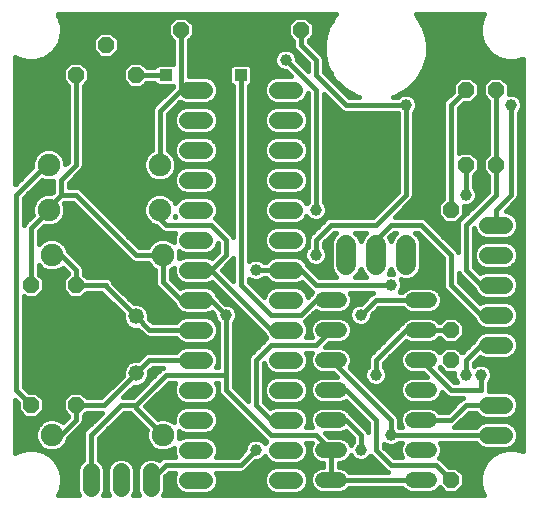
<source format=gbl>
G75*
%MOIN*%
%OFA0B0*%
%FSLAX25Y25*%
%IPPOS*%
%LPD*%
%AMOC8*
5,1,8,0,0,1.08239X$1,22.5*
%
%ADD10C,0.05200*%
%ADD11C,0.05600*%
%ADD12OC8,0.05200*%
%ADD13C,0.06600*%
%ADD14C,0.05200*%
%ADD15C,0.07500*%
%ADD16C,0.01600*%
%ADD17C,0.03962*%
%ADD18R,0.03962X0.03962*%
D10*
X0109200Y0013500D02*
X0114400Y0013500D01*
X0114400Y0023500D02*
X0109200Y0023500D01*
X0109200Y0033500D02*
X0114400Y0033500D01*
X0114400Y0043500D02*
X0109200Y0043500D01*
X0109200Y0053500D02*
X0114400Y0053500D01*
X0114400Y0063500D02*
X0109200Y0063500D01*
X0109200Y0073500D02*
X0114400Y0073500D01*
X0139200Y0073500D02*
X0144400Y0073500D01*
X0144400Y0063500D02*
X0139200Y0063500D01*
X0139200Y0053500D02*
X0144400Y0053500D01*
X0144400Y0043500D02*
X0139200Y0043500D01*
X0139200Y0033500D02*
X0144400Y0033500D01*
X0144400Y0023500D02*
X0139200Y0023500D01*
X0139200Y0013500D02*
X0144400Y0013500D01*
D11*
X0164000Y0028500D02*
X0169600Y0028500D01*
X0169600Y0038500D02*
X0164000Y0038500D01*
X0164000Y0058500D02*
X0169600Y0058500D01*
X0169600Y0068500D02*
X0164000Y0068500D01*
X0164000Y0078500D02*
X0169600Y0078500D01*
X0169600Y0088500D02*
X0164000Y0088500D01*
X0164000Y0098500D02*
X0169600Y0098500D01*
X0099600Y0093500D02*
X0094000Y0093500D01*
X0094000Y0083500D02*
X0099600Y0083500D01*
X0099600Y0073500D02*
X0094000Y0073500D01*
X0094000Y0063500D02*
X0099600Y0063500D01*
X0099600Y0053500D02*
X0094000Y0053500D01*
X0094000Y0043500D02*
X0099600Y0043500D01*
X0099600Y0033500D02*
X0094000Y0033500D01*
X0094000Y0023500D02*
X0099600Y0023500D01*
X0099600Y0013500D02*
X0094000Y0013500D01*
X0069600Y0013500D02*
X0064000Y0013500D01*
X0064000Y0023500D02*
X0069600Y0023500D01*
X0069600Y0033500D02*
X0064000Y0033500D01*
X0064000Y0043500D02*
X0069600Y0043500D01*
X0069600Y0053500D02*
X0064000Y0053500D01*
X0064000Y0063500D02*
X0069600Y0063500D01*
X0069600Y0073500D02*
X0064000Y0073500D01*
X0064000Y0083500D02*
X0069600Y0083500D01*
X0069600Y0093500D02*
X0064000Y0093500D01*
X0064000Y0103500D02*
X0069600Y0103500D01*
X0069600Y0113500D02*
X0064000Y0113500D01*
X0064000Y0123500D02*
X0069600Y0123500D01*
X0069600Y0133500D02*
X0064000Y0133500D01*
X0064000Y0143500D02*
X0069600Y0143500D01*
X0094000Y0143500D02*
X0099600Y0143500D01*
X0099600Y0133500D02*
X0094000Y0133500D01*
X0094000Y0123500D02*
X0099600Y0123500D01*
X0099600Y0113500D02*
X0094000Y0113500D01*
X0094000Y0103500D02*
X0099600Y0103500D01*
X0051800Y0016300D02*
X0051800Y0010700D01*
X0041800Y0010700D02*
X0041800Y0016300D01*
X0031800Y0016300D02*
X0031800Y0010700D01*
D12*
X0026800Y0038500D03*
X0011800Y0038500D03*
X0011800Y0078500D03*
X0026800Y0078500D03*
X0026800Y0148500D03*
X0036800Y0158500D03*
X0046800Y0148500D03*
X0061800Y0163500D03*
X0101800Y0163500D03*
X0156800Y0143500D03*
X0166800Y0143500D03*
X0166800Y0118500D03*
X0156800Y0118500D03*
X0151800Y0103500D03*
X0151800Y0063500D03*
X0151800Y0053500D03*
X0151800Y0013500D03*
D13*
X0136800Y0085200D02*
X0136800Y0091800D01*
X0126800Y0091800D02*
X0126800Y0085200D01*
X0116800Y0085200D02*
X0116800Y0091800D01*
D14*
X0046800Y0068000D03*
X0046800Y0049000D03*
D15*
X0055800Y0028500D03*
X0018800Y0028500D03*
X0018800Y0088500D03*
X0017800Y0103500D03*
X0017800Y0118500D03*
X0054800Y0118500D03*
X0054800Y0103500D03*
X0055800Y0088500D03*
D16*
X0021409Y0009520D02*
X0020705Y0008300D01*
X0027815Y0008300D01*
X0027200Y0009785D01*
X0027200Y0017215D01*
X0027900Y0018906D01*
X0029194Y0020200D01*
X0029200Y0020202D01*
X0029200Y0029017D01*
X0029596Y0029973D01*
X0035523Y0035900D01*
X0030423Y0035900D01*
X0029400Y0034877D01*
X0029400Y0032983D01*
X0029004Y0032027D01*
X0028273Y0031296D01*
X0024334Y0027357D01*
X0023505Y0025356D01*
X0021944Y0023795D01*
X0019904Y0022950D01*
X0017696Y0022950D01*
X0015656Y0023795D01*
X0014095Y0025356D01*
X0013250Y0027396D01*
X0013250Y0029604D01*
X0014095Y0031644D01*
X0015656Y0033205D01*
X0017696Y0034050D01*
X0019904Y0034050D01*
X0021944Y0033205D01*
X0022386Y0032763D01*
X0024200Y0034577D01*
X0024200Y0034877D01*
X0022400Y0036677D01*
X0022400Y0040323D01*
X0024977Y0042900D01*
X0028623Y0042900D01*
X0030423Y0041100D01*
X0035223Y0041100D01*
X0042400Y0048277D01*
X0042400Y0049875D01*
X0043070Y0051492D01*
X0044308Y0052730D01*
X0045925Y0053400D01*
X0047523Y0053400D01*
X0049096Y0054973D01*
X0049827Y0055704D01*
X0050783Y0056100D01*
X0060098Y0056100D01*
X0060100Y0056106D01*
X0061394Y0057400D01*
X0063085Y0058100D01*
X0070515Y0058100D01*
X0072206Y0057400D01*
X0073500Y0056106D01*
X0074200Y0054415D01*
X0074200Y0052585D01*
X0073585Y0051100D01*
X0074200Y0051100D01*
X0074200Y0065753D01*
X0073595Y0066358D01*
X0073019Y0067748D01*
X0073019Y0068604D01*
X0072076Y0069547D01*
X0070515Y0068900D01*
X0063085Y0068900D01*
X0061394Y0069600D01*
X0060100Y0070894D01*
X0059656Y0071967D01*
X0059596Y0072027D01*
X0053596Y0078027D01*
X0053200Y0078983D01*
X0053200Y0083570D01*
X0052656Y0083795D01*
X0051095Y0085356D01*
X0050870Y0085900D01*
X0046283Y0085900D01*
X0045327Y0086296D01*
X0025723Y0105900D01*
X0022877Y0105900D01*
X0022832Y0105855D01*
X0023350Y0104604D01*
X0023350Y0102396D01*
X0022505Y0100356D01*
X0020944Y0098795D01*
X0018904Y0097950D01*
X0016696Y0097950D01*
X0016152Y0098175D01*
X0014400Y0096423D01*
X0014400Y0091949D01*
X0015656Y0093205D01*
X0017696Y0094050D01*
X0019904Y0094050D01*
X0021944Y0093205D01*
X0023505Y0091644D01*
X0024334Y0089643D01*
X0028273Y0085704D01*
X0028273Y0085704D01*
X0029004Y0084973D01*
X0029400Y0084017D01*
X0029400Y0082123D01*
X0030423Y0081100D01*
X0037317Y0081100D01*
X0038273Y0080704D01*
X0039004Y0079973D01*
X0039358Y0079119D01*
X0046077Y0072400D01*
X0047675Y0072400D01*
X0049292Y0071730D01*
X0050530Y0070492D01*
X0051200Y0068875D01*
X0051200Y0067277D01*
X0052377Y0066100D01*
X0060098Y0066100D01*
X0060100Y0066106D01*
X0061394Y0067400D01*
X0063085Y0068100D01*
X0070515Y0068100D01*
X0072206Y0067400D01*
X0073500Y0066106D01*
X0074200Y0064415D01*
X0074200Y0062585D01*
X0073500Y0060894D01*
X0072206Y0059600D01*
X0070515Y0058900D01*
X0063085Y0058900D01*
X0061394Y0059600D01*
X0060100Y0060894D01*
X0060098Y0060900D01*
X0050783Y0060900D01*
X0049827Y0061296D01*
X0049096Y0062027D01*
X0047523Y0063600D01*
X0045925Y0063600D01*
X0044308Y0064270D01*
X0043070Y0065508D01*
X0042400Y0067125D01*
X0042400Y0068723D01*
X0035223Y0075900D01*
X0030423Y0075900D01*
X0028623Y0074100D01*
X0024977Y0074100D01*
X0022400Y0076677D01*
X0022400Y0080323D01*
X0024200Y0082123D01*
X0024200Y0082423D01*
X0022386Y0084237D01*
X0021944Y0083795D01*
X0019904Y0082950D01*
X0017696Y0082950D01*
X0015656Y0083795D01*
X0014400Y0085051D01*
X0014400Y0082123D01*
X0016200Y0080323D01*
X0016200Y0076677D01*
X0013623Y0074100D01*
X0009977Y0074100D01*
X0009400Y0074677D01*
X0009400Y0044577D01*
X0011077Y0042900D01*
X0013623Y0042900D01*
X0016200Y0040323D01*
X0016200Y0036677D01*
X0013623Y0034100D01*
X0009977Y0034100D01*
X0007400Y0036677D01*
X0007400Y0039223D01*
X0006600Y0040023D01*
X0006600Y0022405D01*
X0007820Y0023109D01*
X0010442Y0023812D01*
X0013158Y0023812D01*
X0015780Y0023109D01*
X0018132Y0021751D01*
X0020051Y0019832D01*
X0021409Y0017480D01*
X0022112Y0014858D01*
X0022112Y0012142D01*
X0021409Y0009520D01*
X0021509Y0009894D02*
X0027200Y0009894D01*
X0027200Y0011493D02*
X0021938Y0011493D01*
X0022112Y0013091D02*
X0027200Y0013091D01*
X0027200Y0014690D02*
X0022112Y0014690D01*
X0021728Y0016288D02*
X0027200Y0016288D01*
X0027478Y0017887D02*
X0021174Y0017887D01*
X0020252Y0019485D02*
X0028480Y0019485D01*
X0029200Y0021084D02*
X0018799Y0021084D01*
X0016520Y0022682D02*
X0029200Y0022682D01*
X0029200Y0024281D02*
X0022430Y0024281D01*
X0023722Y0025879D02*
X0029200Y0025879D01*
X0029200Y0027478D02*
X0024455Y0027478D01*
X0026053Y0029076D02*
X0029224Y0029076D01*
X0030298Y0030675D02*
X0027652Y0030675D01*
X0029106Y0032273D02*
X0031896Y0032273D01*
X0033495Y0033872D02*
X0029400Y0033872D01*
X0029993Y0035470D02*
X0035093Y0035470D01*
X0036300Y0038500D02*
X0026800Y0038500D01*
X0026800Y0033500D01*
X0021800Y0028500D01*
X0018800Y0028500D01*
X0013694Y0030675D02*
X0006600Y0030675D01*
X0006600Y0032273D02*
X0014724Y0032273D01*
X0017266Y0033872D02*
X0006600Y0033872D01*
X0006600Y0035470D02*
X0008607Y0035470D01*
X0007400Y0037069D02*
X0006600Y0037069D01*
X0006600Y0038667D02*
X0007400Y0038667D01*
X0011800Y0038500D02*
X0006800Y0043500D01*
X0006800Y0108500D01*
X0016800Y0118500D01*
X0017800Y0118500D01*
X0023350Y0118727D02*
X0023350Y0119604D01*
X0022505Y0121644D01*
X0020944Y0123205D01*
X0018904Y0124050D01*
X0016696Y0124050D01*
X0014656Y0123205D01*
X0013095Y0121644D01*
X0012250Y0119604D01*
X0012250Y0117627D01*
X0006600Y0111977D01*
X0006600Y0154595D01*
X0007820Y0153891D01*
X0010442Y0153188D01*
X0013158Y0153188D01*
X0015780Y0153891D01*
X0018132Y0155248D01*
X0020051Y0157168D01*
X0021409Y0159520D01*
X0022112Y0162142D01*
X0022112Y0164858D01*
X0021409Y0167480D01*
X0020728Y0168661D01*
X0113495Y0168661D01*
X0112957Y0168122D01*
X0110679Y0164178D01*
X0109500Y0159778D01*
X0109500Y0155222D01*
X0110679Y0150822D01*
X0112957Y0146878D01*
X0116178Y0143657D01*
X0120122Y0141379D01*
X0121164Y0141100D01*
X0117877Y0141100D01*
X0109400Y0149577D01*
X0109400Y0154017D01*
X0109004Y0154973D01*
X0108273Y0155704D01*
X0104400Y0159577D01*
X0104400Y0159877D01*
X0106200Y0161677D01*
X0106200Y0165323D01*
X0103623Y0167900D01*
X0099977Y0167900D01*
X0097400Y0165323D01*
X0097400Y0161677D01*
X0099200Y0159877D01*
X0099200Y0157983D01*
X0099596Y0157027D01*
X0104200Y0152423D01*
X0104200Y0149777D01*
X0100581Y0153396D01*
X0100581Y0154252D01*
X0100005Y0155642D01*
X0098942Y0156705D01*
X0097552Y0157281D01*
X0096048Y0157281D01*
X0094658Y0156705D01*
X0093595Y0155642D01*
X0093019Y0154252D01*
X0093019Y0152748D01*
X0093595Y0151358D01*
X0094658Y0150295D01*
X0096048Y0149719D01*
X0096904Y0149719D01*
X0098523Y0148100D01*
X0093085Y0148100D01*
X0091394Y0147400D01*
X0090100Y0146106D01*
X0089400Y0144415D01*
X0089400Y0142585D01*
X0090100Y0140894D01*
X0091394Y0139600D01*
X0093085Y0138900D01*
X0100515Y0138900D01*
X0102206Y0139600D01*
X0103500Y0140894D01*
X0104153Y0142470D01*
X0104200Y0142423D01*
X0104200Y0106247D01*
X0103663Y0105711D01*
X0103500Y0106106D01*
X0102206Y0107400D01*
X0100515Y0108100D01*
X0093085Y0108100D01*
X0091394Y0107400D01*
X0090100Y0106106D01*
X0089400Y0104415D01*
X0089400Y0102585D01*
X0090100Y0100894D01*
X0091394Y0099600D01*
X0093085Y0098900D01*
X0100515Y0098900D01*
X0102206Y0099600D01*
X0103500Y0100894D01*
X0103663Y0101289D01*
X0104658Y0100295D01*
X0106048Y0099719D01*
X0107552Y0099719D01*
X0108942Y0100295D01*
X0110005Y0101358D01*
X0110581Y0102748D01*
X0110581Y0104252D01*
X0110005Y0105642D01*
X0109400Y0106247D01*
X0109400Y0142223D01*
X0114596Y0137027D01*
X0115327Y0136296D01*
X0116283Y0135900D01*
X0134053Y0135900D01*
X0134200Y0135753D01*
X0134200Y0109577D01*
X0125723Y0101100D01*
X0111283Y0101100D01*
X0110327Y0100704D01*
X0109596Y0099973D01*
X0109596Y0099973D01*
X0105327Y0095704D01*
X0104596Y0094973D01*
X0104200Y0094017D01*
X0104200Y0091247D01*
X0103595Y0090642D01*
X0103019Y0089252D01*
X0103019Y0087748D01*
X0103595Y0086358D01*
X0104658Y0085295D01*
X0106048Y0084719D01*
X0107552Y0084719D01*
X0108942Y0085295D01*
X0110005Y0086358D01*
X0110581Y0087748D01*
X0110581Y0089252D01*
X0110005Y0090642D01*
X0109400Y0091247D01*
X0109400Y0092423D01*
X0112877Y0095900D01*
X0113688Y0095900D01*
X0112476Y0094689D01*
X0111700Y0092814D01*
X0111700Y0084186D01*
X0112476Y0082311D01*
X0113688Y0081100D01*
X0107877Y0081100D01*
X0103944Y0085033D01*
X0103500Y0086106D01*
X0102206Y0087400D01*
X0100515Y0088100D01*
X0093085Y0088100D01*
X0091394Y0087400D01*
X0090100Y0086106D01*
X0090098Y0086100D01*
X0089547Y0086100D01*
X0088942Y0086705D01*
X0087552Y0087281D01*
X0086048Y0087281D01*
X0084658Y0086705D01*
X0084400Y0086447D01*
X0084400Y0144719D01*
X0084527Y0144719D01*
X0085581Y0145773D01*
X0085581Y0151227D01*
X0084527Y0152281D01*
X0079073Y0152281D01*
X0078019Y0151227D01*
X0078019Y0145773D01*
X0079073Y0144719D01*
X0079200Y0144719D01*
X0079200Y0094500D01*
X0079004Y0094973D01*
X0078273Y0095704D01*
X0073291Y0100686D01*
X0073500Y0100894D01*
X0074200Y0102585D01*
X0074200Y0104415D01*
X0073500Y0106106D01*
X0072206Y0107400D01*
X0070515Y0108100D01*
X0063085Y0108100D01*
X0061394Y0107400D01*
X0060100Y0106106D01*
X0059914Y0105656D01*
X0059505Y0106644D01*
X0057944Y0108205D01*
X0055904Y0109050D01*
X0053696Y0109050D01*
X0051656Y0108205D01*
X0050095Y0106644D01*
X0049250Y0104604D01*
X0049250Y0102396D01*
X0050095Y0100356D01*
X0051656Y0098795D01*
X0053657Y0097966D01*
X0054596Y0097027D01*
X0055327Y0096296D01*
X0056283Y0095900D01*
X0060015Y0095900D01*
X0059400Y0094415D01*
X0059400Y0092749D01*
X0058944Y0093205D01*
X0056904Y0094050D01*
X0054696Y0094050D01*
X0052656Y0093205D01*
X0051095Y0091644D01*
X0050870Y0091100D01*
X0047877Y0091100D01*
X0028273Y0110704D01*
X0027317Y0111100D01*
X0024400Y0111100D01*
X0024400Y0112423D01*
X0028273Y0116296D01*
X0029004Y0117027D01*
X0029400Y0117983D01*
X0029400Y0144877D01*
X0031200Y0146677D01*
X0031200Y0150323D01*
X0028623Y0152900D01*
X0024977Y0152900D01*
X0022400Y0150323D01*
X0022400Y0146677D01*
X0024200Y0144877D01*
X0024200Y0119577D01*
X0023350Y0118727D01*
X0023107Y0120191D02*
X0024200Y0120191D01*
X0024200Y0121790D02*
X0022359Y0121790D01*
X0024200Y0123388D02*
X0020501Y0123388D01*
X0024200Y0124987D02*
X0006600Y0124987D01*
X0006600Y0126585D02*
X0024200Y0126585D01*
X0024200Y0128184D02*
X0006600Y0128184D01*
X0006600Y0129782D02*
X0024200Y0129782D01*
X0024200Y0131381D02*
X0006600Y0131381D01*
X0006600Y0132979D02*
X0024200Y0132979D01*
X0024200Y0134578D02*
X0006600Y0134578D01*
X0006600Y0136176D02*
X0024200Y0136176D01*
X0024200Y0137775D02*
X0006600Y0137775D01*
X0006600Y0139373D02*
X0024200Y0139373D01*
X0024200Y0140972D02*
X0006600Y0140972D01*
X0006600Y0142570D02*
X0024200Y0142570D01*
X0024200Y0144169D02*
X0006600Y0144169D01*
X0006600Y0145768D02*
X0023310Y0145768D01*
X0022400Y0147366D02*
X0006600Y0147366D01*
X0006600Y0148965D02*
X0022400Y0148965D01*
X0022641Y0150563D02*
X0006600Y0150563D01*
X0006600Y0152162D02*
X0024239Y0152162D01*
X0026800Y0148500D02*
X0026800Y0118500D01*
X0021800Y0113500D01*
X0021800Y0108500D01*
X0026800Y0108500D01*
X0046800Y0088500D01*
X0055800Y0088500D01*
X0055800Y0079500D01*
X0061800Y0073500D01*
X0066800Y0073500D01*
X0071800Y0073500D01*
X0076800Y0068500D01*
X0076800Y0048500D01*
X0056800Y0048500D01*
X0046800Y0038500D01*
X0046800Y0037500D01*
X0055800Y0028500D01*
X0059400Y0032749D02*
X0058944Y0033205D01*
X0056904Y0034050D01*
X0054696Y0034050D01*
X0054152Y0033825D01*
X0049977Y0038000D01*
X0057877Y0045900D01*
X0060015Y0045900D01*
X0059400Y0044415D01*
X0059400Y0042585D01*
X0060100Y0040894D01*
X0061394Y0039600D01*
X0063085Y0038900D01*
X0070515Y0038900D01*
X0072206Y0039600D01*
X0073500Y0040894D01*
X0074200Y0042585D01*
X0074200Y0044415D01*
X0073585Y0045900D01*
X0074200Y0045900D01*
X0074200Y0042983D01*
X0074596Y0042027D01*
X0075327Y0041296D01*
X0090309Y0026314D01*
X0090100Y0026106D01*
X0089937Y0025711D01*
X0088942Y0026705D01*
X0087552Y0027281D01*
X0086048Y0027281D01*
X0084658Y0026705D01*
X0083595Y0025642D01*
X0083019Y0024252D01*
X0083019Y0023396D01*
X0080723Y0021100D01*
X0073585Y0021100D01*
X0074200Y0022585D01*
X0074200Y0024415D01*
X0073500Y0026106D01*
X0072206Y0027400D01*
X0070515Y0028100D01*
X0063085Y0028100D01*
X0061394Y0027400D01*
X0061321Y0027327D01*
X0061350Y0027396D01*
X0061350Y0029604D01*
X0061321Y0029673D01*
X0061394Y0029600D01*
X0063085Y0028900D01*
X0070515Y0028900D01*
X0072206Y0029600D01*
X0073500Y0030894D01*
X0074200Y0032585D01*
X0074200Y0034415D01*
X0073500Y0036106D01*
X0072206Y0037400D01*
X0070515Y0038100D01*
X0063085Y0038100D01*
X0061394Y0037400D01*
X0060100Y0036106D01*
X0059400Y0034415D01*
X0059400Y0032749D01*
X0059400Y0033872D02*
X0057334Y0033872D01*
X0059837Y0035470D02*
X0052507Y0035470D01*
X0054105Y0033872D02*
X0054266Y0033872D01*
X0050908Y0037069D02*
X0061063Y0037069D01*
X0060729Y0040266D02*
X0052243Y0040266D01*
X0053841Y0041864D02*
X0059699Y0041864D01*
X0059400Y0043463D02*
X0055440Y0043463D01*
X0057038Y0045061D02*
X0059668Y0045061D01*
X0055800Y0050900D02*
X0055327Y0050704D01*
X0045723Y0041100D01*
X0042577Y0041100D01*
X0046077Y0044600D01*
X0047675Y0044600D01*
X0049292Y0045270D01*
X0050530Y0046508D01*
X0051200Y0048125D01*
X0051200Y0049723D01*
X0052377Y0050900D01*
X0055800Y0050900D01*
X0054480Y0049857D02*
X0051334Y0049857D01*
X0051200Y0048258D02*
X0052881Y0048258D01*
X0051283Y0046660D02*
X0050593Y0046660D01*
X0049684Y0045061D02*
X0048789Y0045061D01*
X0048086Y0043463D02*
X0044940Y0043463D01*
X0046487Y0041864D02*
X0043341Y0041864D01*
X0041800Y0038500D02*
X0031800Y0028500D01*
X0031800Y0013500D01*
X0036400Y0013091D02*
X0037200Y0013091D01*
X0037200Y0011493D02*
X0036400Y0011493D01*
X0036400Y0009894D02*
X0037200Y0009894D01*
X0037200Y0009785D02*
X0037815Y0008300D01*
X0035785Y0008300D01*
X0036400Y0009785D01*
X0036400Y0017215D01*
X0035700Y0018906D01*
X0034406Y0020200D01*
X0034400Y0020202D01*
X0034400Y0027423D01*
X0042877Y0035900D01*
X0044723Y0035900D01*
X0045327Y0035296D01*
X0050475Y0030148D01*
X0050250Y0029604D01*
X0050250Y0027396D01*
X0051095Y0025356D01*
X0052656Y0023795D01*
X0054696Y0022950D01*
X0056904Y0022950D01*
X0058944Y0023795D01*
X0059400Y0024251D01*
X0059400Y0022585D01*
X0060015Y0021100D01*
X0056283Y0021100D01*
X0055327Y0020704D01*
X0054614Y0019991D01*
X0054406Y0020200D01*
X0052715Y0020900D01*
X0050885Y0020900D01*
X0049194Y0020200D01*
X0047900Y0018906D01*
X0047200Y0017215D01*
X0047200Y0009785D01*
X0047815Y0008300D01*
X0045785Y0008300D01*
X0046400Y0009785D01*
X0046400Y0017215D01*
X0045700Y0018906D01*
X0044406Y0020200D01*
X0042715Y0020900D01*
X0040885Y0020900D01*
X0039194Y0020200D01*
X0037900Y0018906D01*
X0037200Y0017215D01*
X0037200Y0009785D01*
X0037200Y0014690D02*
X0036400Y0014690D01*
X0036400Y0016288D02*
X0037200Y0016288D01*
X0037478Y0017887D02*
X0036122Y0017887D01*
X0035120Y0019485D02*
X0038480Y0019485D01*
X0034400Y0021084D02*
X0056243Y0021084D01*
X0056800Y0018500D02*
X0081800Y0018500D01*
X0086800Y0023500D01*
X0089768Y0025879D02*
X0090006Y0025879D01*
X0089145Y0027478D02*
X0072017Y0027478D01*
X0070940Y0029076D02*
X0087547Y0029076D01*
X0085948Y0030675D02*
X0073280Y0030675D01*
X0074071Y0032273D02*
X0084350Y0032273D01*
X0082751Y0033872D02*
X0074200Y0033872D01*
X0073763Y0035470D02*
X0081153Y0035470D01*
X0079554Y0037069D02*
X0072537Y0037069D01*
X0072871Y0040266D02*
X0076357Y0040266D01*
X0074759Y0041864D02*
X0073901Y0041864D01*
X0074200Y0043463D02*
X0074200Y0043463D01*
X0074200Y0045061D02*
X0073932Y0045061D01*
X0076800Y0043500D02*
X0076800Y0048500D01*
X0079400Y0048258D02*
X0084200Y0048258D01*
X0084200Y0046660D02*
X0079400Y0046660D01*
X0079400Y0045061D02*
X0084200Y0045061D01*
X0084200Y0043463D02*
X0080514Y0043463D01*
X0079400Y0044577D02*
X0084200Y0039777D01*
X0084200Y0054017D01*
X0084596Y0054973D01*
X0085327Y0055704D01*
X0090309Y0060686D01*
X0090100Y0060894D01*
X0089656Y0061967D01*
X0089596Y0062027D01*
X0072076Y0079547D01*
X0070515Y0078900D01*
X0063085Y0078900D01*
X0061394Y0079600D01*
X0060100Y0080894D01*
X0059400Y0082585D01*
X0059400Y0084251D01*
X0058944Y0083795D01*
X0058400Y0083570D01*
X0058400Y0080577D01*
X0061524Y0077453D01*
X0063085Y0078100D01*
X0070515Y0078100D01*
X0072206Y0077400D01*
X0073500Y0076106D01*
X0073944Y0075033D01*
X0074004Y0074973D01*
X0076696Y0072281D01*
X0077552Y0072281D01*
X0078942Y0071705D01*
X0080005Y0070642D01*
X0080581Y0069252D01*
X0080581Y0067748D01*
X0080005Y0066358D01*
X0079400Y0065753D01*
X0079400Y0044577D01*
X0076800Y0043500D02*
X0091800Y0028500D01*
X0106800Y0028500D01*
X0111800Y0023500D01*
X0111800Y0013500D01*
X0141800Y0013500D01*
X0138325Y0009100D02*
X0145275Y0009100D01*
X0146892Y0009770D01*
X0148100Y0010977D01*
X0149977Y0009100D01*
X0153623Y0009100D01*
X0156200Y0011677D01*
X0156200Y0015323D01*
X0153623Y0017900D01*
X0151077Y0017900D01*
X0148273Y0020704D01*
X0147957Y0020835D01*
X0148130Y0021008D01*
X0148800Y0022625D01*
X0148800Y0024375D01*
X0148168Y0025900D01*
X0160098Y0025900D01*
X0160100Y0025894D01*
X0161394Y0024600D01*
X0163085Y0023900D01*
X0170515Y0023900D01*
X0172206Y0024600D01*
X0173500Y0025894D01*
X0174200Y0027585D01*
X0174200Y0029415D01*
X0173500Y0031106D01*
X0172206Y0032400D01*
X0170515Y0033100D01*
X0163085Y0033100D01*
X0161394Y0032400D01*
X0160100Y0031106D01*
X0160098Y0031100D01*
X0152800Y0031100D01*
X0153273Y0031296D01*
X0157877Y0035900D01*
X0160098Y0035900D01*
X0160100Y0035894D01*
X0161394Y0034600D01*
X0163085Y0033900D01*
X0170515Y0033900D01*
X0172206Y0034600D01*
X0173500Y0035894D01*
X0174200Y0037585D01*
X0174200Y0039415D01*
X0173500Y0041106D01*
X0172206Y0042400D01*
X0170515Y0043100D01*
X0164400Y0043100D01*
X0164400Y0045753D01*
X0165005Y0046358D01*
X0165581Y0047748D01*
X0165581Y0049252D01*
X0165005Y0050642D01*
X0163942Y0051705D01*
X0162552Y0052281D01*
X0161048Y0052281D01*
X0159658Y0051705D01*
X0159400Y0051447D01*
X0159400Y0052423D01*
X0161524Y0054547D01*
X0163085Y0053900D01*
X0170515Y0053900D01*
X0172206Y0054600D01*
X0173500Y0055894D01*
X0174200Y0057585D01*
X0174200Y0059415D01*
X0173500Y0061106D01*
X0172206Y0062400D01*
X0170515Y0063100D01*
X0163085Y0063100D01*
X0161394Y0062400D01*
X0160100Y0061106D01*
X0159656Y0060033D01*
X0155573Y0055950D01*
X0153623Y0057900D01*
X0149977Y0057900D01*
X0148100Y0056023D01*
X0146892Y0057230D01*
X0145275Y0057900D01*
X0138325Y0057900D01*
X0136708Y0057230D01*
X0135470Y0055992D01*
X0134800Y0054375D01*
X0134800Y0052625D01*
X0135470Y0051008D01*
X0136708Y0049770D01*
X0138325Y0049100D01*
X0142523Y0049100D01*
X0143723Y0047900D01*
X0138325Y0047900D01*
X0136708Y0047230D01*
X0135470Y0045992D01*
X0134800Y0044375D01*
X0134800Y0042625D01*
X0135470Y0041008D01*
X0136708Y0039770D01*
X0138325Y0039100D01*
X0145275Y0039100D01*
X0146892Y0039770D01*
X0148130Y0041008D01*
X0148800Y0042625D01*
X0148800Y0042823D01*
X0149596Y0042027D01*
X0150327Y0041296D01*
X0151283Y0040900D01*
X0155800Y0040900D01*
X0155327Y0040704D01*
X0150723Y0036100D01*
X0148023Y0036100D01*
X0146892Y0037230D01*
X0145275Y0037900D01*
X0138325Y0037900D01*
X0136708Y0037230D01*
X0135470Y0035992D01*
X0134800Y0034375D01*
X0134800Y0032625D01*
X0135432Y0031100D01*
X0134547Y0031100D01*
X0134400Y0031247D01*
X0134400Y0034017D01*
X0134004Y0034973D01*
X0133273Y0035704D01*
X0118050Y0050927D01*
X0118130Y0051008D01*
X0118800Y0052625D01*
X0118800Y0054375D01*
X0118130Y0055992D01*
X0116892Y0057230D01*
X0115275Y0057900D01*
X0109877Y0057900D01*
X0111077Y0059100D01*
X0115275Y0059100D01*
X0116892Y0059770D01*
X0118130Y0061008D01*
X0118800Y0062625D01*
X0118800Y0064375D01*
X0118130Y0065992D01*
X0116892Y0067230D01*
X0115275Y0067900D01*
X0108325Y0067900D01*
X0106708Y0067230D01*
X0105470Y0065992D01*
X0104800Y0064375D01*
X0104800Y0062625D01*
X0105432Y0061100D01*
X0103585Y0061100D01*
X0104200Y0062585D01*
X0104200Y0064415D01*
X0103500Y0066106D01*
X0103291Y0066314D01*
X0106735Y0069758D01*
X0108325Y0069100D01*
X0115275Y0069100D01*
X0116892Y0069770D01*
X0118130Y0071008D01*
X0118800Y0072625D01*
X0118800Y0074375D01*
X0118168Y0075900D01*
X0125800Y0075900D01*
X0125327Y0075704D01*
X0124596Y0074973D01*
X0121904Y0072281D01*
X0121048Y0072281D01*
X0119658Y0071705D01*
X0118595Y0070642D01*
X0118019Y0069252D01*
X0118019Y0067748D01*
X0118595Y0066358D01*
X0119658Y0065295D01*
X0121048Y0064719D01*
X0122552Y0064719D01*
X0123942Y0065295D01*
X0125005Y0066358D01*
X0125581Y0067748D01*
X0125581Y0068604D01*
X0127877Y0070900D01*
X0135577Y0070900D01*
X0136708Y0069770D01*
X0138325Y0069100D01*
X0145275Y0069100D01*
X0146892Y0069770D01*
X0148130Y0071008D01*
X0148800Y0072625D01*
X0148800Y0074375D01*
X0148130Y0075992D01*
X0146892Y0077230D01*
X0145275Y0077900D01*
X0138325Y0077900D01*
X0136708Y0077230D01*
X0135577Y0076100D01*
X0134747Y0076100D01*
X0135005Y0076358D01*
X0135581Y0077748D01*
X0135581Y0079252D01*
X0135115Y0080378D01*
X0135786Y0080100D01*
X0137814Y0080100D01*
X0139689Y0080876D01*
X0141124Y0082311D01*
X0141900Y0084186D01*
X0141900Y0092814D01*
X0141124Y0094689D01*
X0139912Y0095900D01*
X0140723Y0095900D01*
X0149200Y0087423D01*
X0149200Y0077983D01*
X0149596Y0077027D01*
X0150327Y0076296D01*
X0159656Y0066967D01*
X0160100Y0065894D01*
X0161394Y0064600D01*
X0163085Y0063900D01*
X0170515Y0063900D01*
X0172206Y0064600D01*
X0173500Y0065894D01*
X0174200Y0067585D01*
X0174200Y0069415D01*
X0173500Y0071106D01*
X0172206Y0072400D01*
X0170515Y0073100D01*
X0163085Y0073100D01*
X0161524Y0072453D01*
X0154400Y0079577D01*
X0154400Y0082500D01*
X0154596Y0082027D01*
X0159596Y0077027D01*
X0159656Y0076967D01*
X0160100Y0075894D01*
X0161394Y0074600D01*
X0163085Y0073900D01*
X0170515Y0073900D01*
X0172206Y0074600D01*
X0173500Y0075894D01*
X0174200Y0077585D01*
X0174200Y0079415D01*
X0173500Y0081106D01*
X0172206Y0082400D01*
X0170515Y0083100D01*
X0163085Y0083100D01*
X0161524Y0082453D01*
X0159400Y0084577D01*
X0159400Y0097423D01*
X0159447Y0097470D01*
X0160100Y0095894D01*
X0161394Y0094600D01*
X0163085Y0093900D01*
X0170515Y0093900D01*
X0172206Y0094600D01*
X0173500Y0095894D01*
X0174200Y0097585D01*
X0174200Y0099415D01*
X0173500Y0101106D01*
X0172206Y0102400D01*
X0170515Y0103100D01*
X0170077Y0103100D01*
X0174004Y0107027D01*
X0174400Y0107983D01*
X0174400Y0135753D01*
X0175005Y0136358D01*
X0175581Y0137748D01*
X0175581Y0139252D01*
X0175005Y0140642D01*
X0173942Y0141705D01*
X0172552Y0142281D01*
X0171200Y0142281D01*
X0171200Y0145323D01*
X0168623Y0147900D01*
X0164977Y0147900D01*
X0162400Y0145323D01*
X0162400Y0141677D01*
X0164200Y0139877D01*
X0164200Y0122123D01*
X0162400Y0120323D01*
X0162400Y0116677D01*
X0164200Y0114877D01*
X0164200Y0109577D01*
X0154596Y0099973D01*
X0154200Y0099017D01*
X0154200Y0089500D01*
X0154004Y0089973D01*
X0144004Y0099973D01*
X0143273Y0100704D01*
X0142317Y0101100D01*
X0133077Y0101100D01*
X0139004Y0107027D01*
X0139400Y0107983D01*
X0139400Y0135753D01*
X0140005Y0136358D01*
X0140581Y0137748D01*
X0140581Y0139252D01*
X0140005Y0140642D01*
X0138942Y0141705D01*
X0137552Y0142281D01*
X0136048Y0142281D01*
X0134658Y0141705D01*
X0134053Y0141100D01*
X0132436Y0141100D01*
X0133478Y0141379D01*
X0137422Y0143657D01*
X0140643Y0146878D01*
X0142921Y0150822D01*
X0144100Y0155222D01*
X0144100Y0159778D01*
X0142921Y0164178D01*
X0140643Y0168122D01*
X0140105Y0168661D01*
X0162872Y0168661D01*
X0162191Y0167480D01*
X0161488Y0164858D01*
X0161488Y0162142D01*
X0162191Y0159520D01*
X0163548Y0157168D01*
X0165468Y0155248D01*
X0167820Y0153891D01*
X0170442Y0153188D01*
X0173158Y0153188D01*
X0175701Y0153870D01*
X0175701Y0023130D01*
X0173158Y0023812D01*
X0170442Y0023812D01*
X0167820Y0023109D01*
X0165468Y0021751D01*
X0163548Y0019832D01*
X0162191Y0017480D01*
X0161488Y0014858D01*
X0161488Y0012142D01*
X0162191Y0009520D01*
X0162895Y0008300D01*
X0055785Y0008300D01*
X0056400Y0009785D01*
X0056400Y0014423D01*
X0057877Y0015900D01*
X0060015Y0015900D01*
X0059400Y0014415D01*
X0059400Y0012585D01*
X0060100Y0010894D01*
X0061394Y0009600D01*
X0063085Y0008900D01*
X0070515Y0008900D01*
X0072206Y0009600D01*
X0073500Y0010894D01*
X0074200Y0012585D01*
X0074200Y0014415D01*
X0073585Y0015900D01*
X0082317Y0015900D01*
X0083273Y0016296D01*
X0086696Y0019719D01*
X0087552Y0019719D01*
X0088942Y0020295D01*
X0089937Y0021289D01*
X0090100Y0020894D01*
X0091394Y0019600D01*
X0093085Y0018900D01*
X0100515Y0018900D01*
X0102206Y0019600D01*
X0103500Y0020894D01*
X0104200Y0022585D01*
X0104200Y0024415D01*
X0103585Y0025900D01*
X0105432Y0025900D01*
X0104800Y0024375D01*
X0104800Y0022625D01*
X0105470Y0021008D01*
X0106708Y0019770D01*
X0108325Y0019100D01*
X0109200Y0019100D01*
X0109200Y0017900D01*
X0108325Y0017900D01*
X0106708Y0017230D01*
X0105470Y0015992D01*
X0104800Y0014375D01*
X0104800Y0012625D01*
X0105470Y0011008D01*
X0106708Y0009770D01*
X0108325Y0009100D01*
X0115275Y0009100D01*
X0116892Y0009770D01*
X0118023Y0010900D01*
X0135577Y0010900D01*
X0136708Y0009770D01*
X0138325Y0009100D01*
X0136583Y0009894D02*
X0117017Y0009894D01*
X0118023Y0016100D02*
X0116892Y0017230D01*
X0115275Y0017900D01*
X0114400Y0017900D01*
X0114400Y0019100D01*
X0115275Y0019100D01*
X0116892Y0019770D01*
X0118130Y0021008D01*
X0118435Y0021743D01*
X0118595Y0021358D01*
X0119658Y0020295D01*
X0121048Y0019719D01*
X0122552Y0019719D01*
X0123942Y0020295D01*
X0125005Y0021358D01*
X0125081Y0021542D01*
X0130327Y0016296D01*
X0130800Y0016100D01*
X0118023Y0016100D01*
X0117834Y0016288D02*
X0130346Y0016288D01*
X0128736Y0017887D02*
X0115308Y0017887D01*
X0116205Y0019485D02*
X0127138Y0019485D01*
X0125539Y0021084D02*
X0124731Y0021084D01*
X0126800Y0023500D02*
X0131800Y0018500D01*
X0146800Y0018500D01*
X0151800Y0013500D01*
X0156200Y0013091D02*
X0161488Y0013091D01*
X0161488Y0014690D02*
X0156200Y0014690D01*
X0155234Y0016288D02*
X0161872Y0016288D01*
X0162426Y0017887D02*
X0153636Y0017887D01*
X0149492Y0019485D02*
X0163348Y0019485D01*
X0164801Y0021084D02*
X0148162Y0021084D01*
X0148800Y0022682D02*
X0167080Y0022682D01*
X0171434Y0024281D02*
X0175701Y0024281D01*
X0175701Y0025879D02*
X0173485Y0025879D01*
X0174156Y0027478D02*
X0175701Y0027478D01*
X0175701Y0029076D02*
X0174200Y0029076D01*
X0173678Y0030675D02*
X0175701Y0030675D01*
X0175701Y0032273D02*
X0172332Y0032273D01*
X0175701Y0033872D02*
X0155849Y0033872D01*
X0157447Y0035470D02*
X0160524Y0035470D01*
X0161268Y0032273D02*
X0154250Y0032273D01*
X0151800Y0033500D02*
X0141800Y0033500D01*
X0147054Y0037069D02*
X0151692Y0037069D01*
X0153290Y0038667D02*
X0130310Y0038667D01*
X0131908Y0037069D02*
X0136546Y0037069D01*
X0135254Y0035470D02*
X0133507Y0035470D01*
X0134400Y0033872D02*
X0134800Y0033872D01*
X0134946Y0032273D02*
X0134400Y0032273D01*
X0131800Y0033500D02*
X0131800Y0028500D01*
X0166800Y0028500D01*
X0162166Y0024281D02*
X0148800Y0024281D01*
X0148177Y0025879D02*
X0160115Y0025879D01*
X0151800Y0033500D02*
X0156800Y0038500D01*
X0166800Y0038500D01*
X0164400Y0043463D02*
X0175701Y0043463D01*
X0175701Y0045061D02*
X0164400Y0045061D01*
X0165130Y0046660D02*
X0175701Y0046660D01*
X0175701Y0048258D02*
X0165581Y0048258D01*
X0165331Y0049857D02*
X0175701Y0049857D01*
X0175701Y0051455D02*
X0164192Y0051455D01*
X0161800Y0048500D02*
X0161800Y0043500D01*
X0151800Y0043500D01*
X0141800Y0053500D01*
X0138203Y0057849D02*
X0134826Y0057849D01*
X0135728Y0056251D02*
X0133228Y0056251D01*
X0131629Y0054652D02*
X0134915Y0054652D01*
X0134800Y0053054D02*
X0130031Y0053054D01*
X0129400Y0052423D02*
X0136735Y0059758D01*
X0138325Y0059100D01*
X0145275Y0059100D01*
X0146892Y0059770D01*
X0148023Y0060900D01*
X0148177Y0060900D01*
X0149977Y0059100D01*
X0153623Y0059100D01*
X0156200Y0061677D01*
X0156200Y0065323D01*
X0153623Y0067900D01*
X0149977Y0067900D01*
X0148177Y0066100D01*
X0148023Y0066100D01*
X0146892Y0067230D01*
X0145275Y0067900D01*
X0138325Y0067900D01*
X0136708Y0067230D01*
X0135470Y0065992D01*
X0135355Y0065716D01*
X0135327Y0065704D01*
X0125327Y0055704D01*
X0124596Y0054973D01*
X0124200Y0054017D01*
X0124200Y0051247D01*
X0123595Y0050642D01*
X0123019Y0049252D01*
X0123019Y0047748D01*
X0123595Y0046358D01*
X0124658Y0045295D01*
X0126048Y0044719D01*
X0127552Y0044719D01*
X0128942Y0045295D01*
X0130005Y0046358D01*
X0130581Y0047748D01*
X0130581Y0049252D01*
X0130005Y0050642D01*
X0129400Y0051247D01*
X0129400Y0052423D01*
X0129400Y0051455D02*
X0135284Y0051455D01*
X0136621Y0049857D02*
X0130331Y0049857D01*
X0130581Y0048258D02*
X0143365Y0048258D01*
X0148050Y0050927D02*
X0148100Y0050977D01*
X0149977Y0049100D01*
X0153019Y0049100D01*
X0153019Y0047748D01*
X0153595Y0046358D01*
X0153853Y0046100D01*
X0152877Y0046100D01*
X0148050Y0050927D01*
X0149120Y0049857D02*
X0149221Y0049857D01*
X0150719Y0048258D02*
X0153019Y0048258D01*
X0153470Y0046660D02*
X0152317Y0046660D01*
X0156800Y0048500D02*
X0156800Y0053500D01*
X0161800Y0058500D01*
X0166800Y0058500D01*
X0171614Y0062645D02*
X0175701Y0062645D01*
X0175701Y0064243D02*
X0171344Y0064243D01*
X0173447Y0065842D02*
X0175701Y0065842D01*
X0175701Y0067440D02*
X0174140Y0067440D01*
X0174200Y0069039D02*
X0175701Y0069039D01*
X0175701Y0070637D02*
X0173694Y0070637D01*
X0172369Y0072236D02*
X0175701Y0072236D01*
X0175701Y0073834D02*
X0160142Y0073834D01*
X0160562Y0075433D02*
X0158544Y0075433D01*
X0159596Y0077027D02*
X0159596Y0077027D01*
X0159592Y0077032D02*
X0156945Y0077032D01*
X0157993Y0078630D02*
X0155347Y0078630D01*
X0154400Y0080229D02*
X0156395Y0080229D01*
X0154796Y0081827D02*
X0154400Y0081827D01*
X0156800Y0083500D02*
X0161800Y0078500D01*
X0166800Y0078500D01*
X0163085Y0083900D02*
X0161394Y0084600D01*
X0160100Y0085894D01*
X0159400Y0087585D01*
X0159400Y0089415D01*
X0160100Y0091106D01*
X0161394Y0092400D01*
X0163085Y0093100D01*
X0170515Y0093100D01*
X0172206Y0092400D01*
X0173500Y0091106D01*
X0174200Y0089415D01*
X0174200Y0087585D01*
X0173500Y0085894D01*
X0172206Y0084600D01*
X0170515Y0083900D01*
X0163085Y0083900D01*
X0160971Y0085024D02*
X0159400Y0085024D01*
X0159400Y0086623D02*
X0159799Y0086623D01*
X0159400Y0088221D02*
X0159400Y0088221D01*
X0159400Y0089820D02*
X0159568Y0089820D01*
X0159400Y0091418D02*
X0160413Y0091418D01*
X0159400Y0093017D02*
X0162884Y0093017D01*
X0161379Y0094615D02*
X0159400Y0094615D01*
X0159400Y0096214D02*
X0159968Y0096214D01*
X0156800Y0098500D02*
X0156800Y0083500D01*
X0160551Y0083426D02*
X0175701Y0083426D01*
X0175701Y0085024D02*
X0172629Y0085024D01*
X0173801Y0086623D02*
X0175701Y0086623D01*
X0175701Y0088221D02*
X0174200Y0088221D01*
X0174032Y0089820D02*
X0175701Y0089820D01*
X0175701Y0091418D02*
X0173187Y0091418D01*
X0170716Y0093017D02*
X0175701Y0093017D01*
X0175701Y0094615D02*
X0172221Y0094615D01*
X0173632Y0096214D02*
X0175701Y0096214D01*
X0175701Y0097812D02*
X0174200Y0097812D01*
X0174200Y0099411D02*
X0175701Y0099411D01*
X0175701Y0101009D02*
X0173540Y0101009D01*
X0171703Y0102608D02*
X0175701Y0102608D01*
X0175701Y0104206D02*
X0171183Y0104206D01*
X0172782Y0105805D02*
X0175701Y0105805D01*
X0175701Y0107403D02*
X0174160Y0107403D01*
X0174400Y0109002D02*
X0175701Y0109002D01*
X0175701Y0110600D02*
X0174400Y0110600D01*
X0174400Y0112199D02*
X0175701Y0112199D01*
X0175701Y0113797D02*
X0174400Y0113797D01*
X0174400Y0115396D02*
X0175701Y0115396D01*
X0175701Y0116994D02*
X0174400Y0116994D01*
X0174400Y0118593D02*
X0175701Y0118593D01*
X0175701Y0120191D02*
X0174400Y0120191D01*
X0174400Y0121790D02*
X0175701Y0121790D01*
X0175701Y0123388D02*
X0174400Y0123388D01*
X0174400Y0124987D02*
X0175701Y0124987D01*
X0175701Y0126585D02*
X0174400Y0126585D01*
X0174400Y0128184D02*
X0175701Y0128184D01*
X0175701Y0129782D02*
X0174400Y0129782D01*
X0174400Y0131381D02*
X0175701Y0131381D01*
X0175701Y0132979D02*
X0174400Y0132979D01*
X0174400Y0134578D02*
X0175701Y0134578D01*
X0175701Y0136176D02*
X0174824Y0136176D01*
X0175581Y0137775D02*
X0175701Y0137775D01*
X0175701Y0139373D02*
X0175531Y0139373D01*
X0175701Y0140972D02*
X0174675Y0140972D01*
X0175701Y0142570D02*
X0171200Y0142570D01*
X0171200Y0144169D02*
X0175701Y0144169D01*
X0175701Y0145768D02*
X0170755Y0145768D01*
X0169156Y0147366D02*
X0175701Y0147366D01*
X0175701Y0148965D02*
X0141848Y0148965D01*
X0142771Y0150563D02*
X0175701Y0150563D01*
X0175701Y0152162D02*
X0143280Y0152162D01*
X0143708Y0153760D02*
X0168308Y0153760D01*
X0165358Y0155359D02*
X0144100Y0155359D01*
X0144100Y0156957D02*
X0163760Y0156957D01*
X0162748Y0158556D02*
X0144100Y0158556D01*
X0143999Y0160154D02*
X0162021Y0160154D01*
X0161593Y0161753D02*
X0143571Y0161753D01*
X0143142Y0163351D02*
X0161488Y0163351D01*
X0161513Y0164950D02*
X0142475Y0164950D01*
X0141552Y0166548D02*
X0161941Y0166548D01*
X0162576Y0168147D02*
X0140619Y0168147D01*
X0140925Y0147366D02*
X0154443Y0147366D01*
X0154977Y0147900D02*
X0152400Y0145323D01*
X0152400Y0142777D01*
X0150327Y0140704D01*
X0149596Y0139973D01*
X0149200Y0139017D01*
X0149200Y0107123D01*
X0147400Y0105323D01*
X0147400Y0101677D01*
X0149977Y0099100D01*
X0153623Y0099100D01*
X0156200Y0101677D01*
X0156200Y0104719D01*
X0157552Y0104719D01*
X0158942Y0105295D01*
X0160005Y0106358D01*
X0160581Y0107748D01*
X0160581Y0109252D01*
X0160005Y0110642D01*
X0159400Y0111247D01*
X0159400Y0114877D01*
X0161200Y0116677D01*
X0161200Y0120323D01*
X0158623Y0122900D01*
X0154977Y0122900D01*
X0154400Y0122323D01*
X0154400Y0137423D01*
X0156077Y0139100D01*
X0158623Y0139100D01*
X0161200Y0141677D01*
X0161200Y0145323D01*
X0158623Y0147900D01*
X0154977Y0147900D01*
X0152845Y0145768D02*
X0139533Y0145768D01*
X0137935Y0144169D02*
X0152400Y0144169D01*
X0152194Y0142570D02*
X0135541Y0142570D01*
X0136800Y0138500D02*
X0136800Y0108500D01*
X0126800Y0098500D01*
X0111800Y0098500D01*
X0106800Y0093500D01*
X0106800Y0088500D01*
X0108289Y0085024D02*
X0111700Y0085024D01*
X0111700Y0086623D02*
X0110115Y0086623D01*
X0110581Y0088221D02*
X0111700Y0088221D01*
X0111700Y0089820D02*
X0110346Y0089820D01*
X0109400Y0091418D02*
X0111700Y0091418D01*
X0111784Y0093017D02*
X0109994Y0093017D01*
X0111592Y0094615D02*
X0112446Y0094615D01*
X0109034Y0099411D02*
X0101748Y0099411D01*
X0101210Y0097812D02*
X0107435Y0097812D01*
X0105837Y0096214D02*
X0103392Y0096214D01*
X0103500Y0096106D02*
X0102206Y0097400D01*
X0100515Y0098100D01*
X0093085Y0098100D01*
X0091394Y0097400D01*
X0090100Y0096106D01*
X0089400Y0094415D01*
X0089400Y0092585D01*
X0090100Y0090894D01*
X0091394Y0089600D01*
X0093085Y0088900D01*
X0100515Y0088900D01*
X0102206Y0089600D01*
X0103500Y0090894D01*
X0104200Y0092585D01*
X0104200Y0094415D01*
X0103500Y0096106D01*
X0104117Y0094615D02*
X0104448Y0094615D01*
X0105327Y0095704D02*
X0105327Y0095704D01*
X0104200Y0093017D02*
X0104200Y0093017D01*
X0104200Y0091418D02*
X0103717Y0091418D01*
X0103254Y0089820D02*
X0102425Y0089820D01*
X0103019Y0088221D02*
X0084400Y0088221D01*
X0084400Y0086623D02*
X0084575Y0086623D01*
X0086800Y0083500D02*
X0096800Y0083500D01*
X0101800Y0083500D01*
X0106800Y0078500D01*
X0131800Y0078500D01*
X0135284Y0077032D02*
X0136509Y0077032D01*
X0135581Y0078630D02*
X0149200Y0078630D01*
X0149200Y0080229D02*
X0138125Y0080229D01*
X0135475Y0080229D02*
X0135177Y0080229D01*
X0132506Y0082281D02*
X0131094Y0082281D01*
X0131124Y0082311D01*
X0131800Y0083944D01*
X0132476Y0082311D01*
X0132506Y0082281D01*
X0132015Y0083426D02*
X0131585Y0083426D01*
X0123688Y0081100D02*
X0119912Y0081100D01*
X0121124Y0082311D01*
X0121800Y0083944D01*
X0122476Y0082311D01*
X0123688Y0081100D01*
X0122960Y0081827D02*
X0120640Y0081827D01*
X0121585Y0083426D02*
X0122015Y0083426D01*
X0125056Y0075433D02*
X0118362Y0075433D01*
X0118800Y0073834D02*
X0123458Y0073834D01*
X0126800Y0073500D02*
X0141800Y0073500D01*
X0136800Y0073500D01*
X0135840Y0070637D02*
X0127614Y0070637D01*
X0126016Y0069039D02*
X0157584Y0069039D01*
X0155986Y0070637D02*
X0147760Y0070637D01*
X0148639Y0072236D02*
X0154387Y0072236D01*
X0152789Y0073834D02*
X0148800Y0073834D01*
X0148362Y0075433D02*
X0151190Y0075433D01*
X0149594Y0077032D02*
X0147091Y0077032D01*
X0151800Y0078500D02*
X0151800Y0088500D01*
X0141800Y0098500D01*
X0131800Y0098500D01*
X0126800Y0093500D01*
X0123688Y0095900D02*
X0122476Y0094689D01*
X0121800Y0093056D01*
X0121124Y0094689D01*
X0119912Y0095900D01*
X0123688Y0095900D01*
X0122446Y0094615D02*
X0121154Y0094615D01*
X0127231Y0102608D02*
X0110523Y0102608D01*
X0110581Y0104206D02*
X0128829Y0104206D01*
X0130428Y0105805D02*
X0109843Y0105805D01*
X0109400Y0107403D02*
X0132026Y0107403D01*
X0133625Y0109002D02*
X0109400Y0109002D01*
X0109400Y0110600D02*
X0134200Y0110600D01*
X0134200Y0112199D02*
X0109400Y0112199D01*
X0109400Y0113797D02*
X0134200Y0113797D01*
X0134200Y0115396D02*
X0109400Y0115396D01*
X0109400Y0116994D02*
X0134200Y0116994D01*
X0134200Y0118593D02*
X0109400Y0118593D01*
X0109400Y0120191D02*
X0134200Y0120191D01*
X0134200Y0121790D02*
X0109400Y0121790D01*
X0109400Y0123388D02*
X0134200Y0123388D01*
X0134200Y0124987D02*
X0109400Y0124987D01*
X0109400Y0126585D02*
X0134200Y0126585D01*
X0134200Y0128184D02*
X0109400Y0128184D01*
X0109400Y0129782D02*
X0134200Y0129782D01*
X0134200Y0131381D02*
X0109400Y0131381D01*
X0109400Y0132979D02*
X0134200Y0132979D01*
X0134200Y0134578D02*
X0109400Y0134578D01*
X0109400Y0136176D02*
X0115615Y0136176D01*
X0113848Y0137775D02*
X0109400Y0137775D01*
X0109400Y0139373D02*
X0112250Y0139373D01*
X0110651Y0140972D02*
X0109400Y0140972D01*
X0106800Y0143500D02*
X0096800Y0153500D01*
X0095266Y0156957D02*
X0064400Y0156957D01*
X0064400Y0155359D02*
X0093477Y0155359D01*
X0093019Y0153760D02*
X0064400Y0153760D01*
X0064400Y0152162D02*
X0078954Y0152162D01*
X0078019Y0150563D02*
X0064400Y0150563D01*
X0064400Y0148965D02*
X0078019Y0148965D01*
X0078019Y0147366D02*
X0072239Y0147366D01*
X0072206Y0147400D02*
X0070515Y0148100D01*
X0064400Y0148100D01*
X0064400Y0159877D01*
X0066200Y0161677D01*
X0066200Y0165323D01*
X0063623Y0167900D01*
X0059977Y0167900D01*
X0057400Y0165323D01*
X0057400Y0161677D01*
X0059200Y0159877D01*
X0059200Y0152281D01*
X0054073Y0152281D01*
X0053019Y0151227D01*
X0053019Y0151100D01*
X0050423Y0151100D01*
X0048623Y0152900D01*
X0044977Y0152900D01*
X0042400Y0150323D01*
X0042400Y0146677D01*
X0044977Y0144100D01*
X0048623Y0144100D01*
X0050423Y0145900D01*
X0053019Y0145900D01*
X0053019Y0145773D01*
X0054073Y0144719D01*
X0059200Y0144719D01*
X0059200Y0144577D01*
X0052596Y0137973D01*
X0052200Y0137017D01*
X0052200Y0123430D01*
X0051656Y0123205D01*
X0050095Y0121644D01*
X0049250Y0119604D01*
X0049250Y0117396D01*
X0050095Y0115356D01*
X0051656Y0113795D01*
X0053696Y0112950D01*
X0055904Y0112950D01*
X0057944Y0113795D01*
X0059505Y0115356D01*
X0060350Y0117396D01*
X0060350Y0119604D01*
X0059505Y0121644D01*
X0057944Y0123205D01*
X0057400Y0123430D01*
X0057400Y0135423D01*
X0061524Y0139547D01*
X0063085Y0138900D01*
X0070515Y0138900D01*
X0072206Y0139600D01*
X0073500Y0140894D01*
X0074200Y0142585D01*
X0074200Y0144415D01*
X0073500Y0146106D01*
X0072206Y0147400D01*
X0073640Y0145768D02*
X0078025Y0145768D01*
X0079200Y0144169D02*
X0074200Y0144169D01*
X0074194Y0142570D02*
X0079200Y0142570D01*
X0079200Y0140972D02*
X0073532Y0140972D01*
X0071658Y0139373D02*
X0079200Y0139373D01*
X0079200Y0137775D02*
X0071300Y0137775D01*
X0070515Y0138100D02*
X0072206Y0137400D01*
X0073500Y0136106D01*
X0074200Y0134415D01*
X0074200Y0132585D01*
X0073500Y0130894D01*
X0072206Y0129600D01*
X0070515Y0128900D01*
X0063085Y0128900D01*
X0061394Y0129600D01*
X0060100Y0130894D01*
X0059400Y0132585D01*
X0059400Y0134415D01*
X0060100Y0136106D01*
X0061394Y0137400D01*
X0063085Y0138100D01*
X0070515Y0138100D01*
X0073429Y0136176D02*
X0079200Y0136176D01*
X0079200Y0134578D02*
X0074133Y0134578D01*
X0074200Y0132979D02*
X0079200Y0132979D01*
X0079200Y0131381D02*
X0073701Y0131381D01*
X0072388Y0129782D02*
X0079200Y0129782D01*
X0079200Y0128184D02*
X0057400Y0128184D01*
X0057400Y0129782D02*
X0061212Y0129782D01*
X0059899Y0131381D02*
X0057400Y0131381D01*
X0057400Y0132979D02*
X0059400Y0132979D01*
X0059467Y0134578D02*
X0057400Y0134578D01*
X0058153Y0136176D02*
X0060171Y0136176D01*
X0059752Y0137775D02*
X0062300Y0137775D01*
X0061942Y0139373D02*
X0061350Y0139373D01*
X0061800Y0143500D02*
X0061800Y0163500D01*
X0058626Y0166548D02*
X0021659Y0166548D01*
X0022087Y0164950D02*
X0057400Y0164950D01*
X0057400Y0163351D02*
X0022112Y0163351D01*
X0022007Y0161753D02*
X0033830Y0161753D01*
X0034977Y0162900D02*
X0032400Y0160323D01*
X0032400Y0156677D01*
X0034977Y0154100D01*
X0038623Y0154100D01*
X0041200Y0156677D01*
X0041200Y0160323D01*
X0038623Y0162900D01*
X0034977Y0162900D01*
X0032400Y0160154D02*
X0021579Y0160154D01*
X0020852Y0158556D02*
X0032400Y0158556D01*
X0032400Y0156957D02*
X0019840Y0156957D01*
X0018242Y0155359D02*
X0033719Y0155359D01*
X0029361Y0152162D02*
X0044239Y0152162D01*
X0042641Y0150563D02*
X0030959Y0150563D01*
X0031200Y0148965D02*
X0042400Y0148965D01*
X0042400Y0147366D02*
X0031200Y0147366D01*
X0030290Y0145768D02*
X0043310Y0145768D01*
X0044908Y0144169D02*
X0029400Y0144169D01*
X0029400Y0142570D02*
X0057194Y0142570D01*
X0055595Y0140972D02*
X0029400Y0140972D01*
X0029400Y0139373D02*
X0053997Y0139373D01*
X0052514Y0137775D02*
X0029400Y0137775D01*
X0029400Y0136176D02*
X0052200Y0136176D01*
X0052200Y0134578D02*
X0029400Y0134578D01*
X0029400Y0132979D02*
X0052200Y0132979D01*
X0052200Y0131381D02*
X0029400Y0131381D01*
X0029400Y0129782D02*
X0052200Y0129782D01*
X0052200Y0128184D02*
X0029400Y0128184D01*
X0029400Y0126585D02*
X0052200Y0126585D01*
X0052200Y0124987D02*
X0029400Y0124987D01*
X0029400Y0123388D02*
X0052099Y0123388D01*
X0050241Y0121790D02*
X0029400Y0121790D01*
X0029400Y0120191D02*
X0049493Y0120191D01*
X0049250Y0118593D02*
X0029400Y0118593D01*
X0028971Y0116994D02*
X0049416Y0116994D01*
X0050079Y0115396D02*
X0027373Y0115396D01*
X0025774Y0113797D02*
X0051654Y0113797D01*
X0054800Y0118500D02*
X0054800Y0136500D01*
X0061800Y0143500D01*
X0066800Y0143500D01*
X0058792Y0144169D02*
X0048692Y0144169D01*
X0050290Y0145768D02*
X0053025Y0145768D01*
X0056800Y0148500D02*
X0046800Y0148500D01*
X0049361Y0152162D02*
X0053954Y0152162D01*
X0059200Y0153760D02*
X0015292Y0153760D01*
X0008308Y0153760D02*
X0006600Y0153760D01*
X0021024Y0168147D02*
X0112981Y0168147D01*
X0112048Y0166548D02*
X0104974Y0166548D01*
X0106200Y0164950D02*
X0111125Y0164950D01*
X0110458Y0163351D02*
X0106200Y0163351D01*
X0106200Y0161753D02*
X0110029Y0161753D01*
X0109601Y0160154D02*
X0104677Y0160154D01*
X0105421Y0158556D02*
X0109500Y0158556D01*
X0109500Y0156957D02*
X0107020Y0156957D01*
X0108618Y0155359D02*
X0109500Y0155359D01*
X0109400Y0153760D02*
X0109892Y0153760D01*
X0110320Y0152162D02*
X0109400Y0152162D01*
X0109400Y0150563D02*
X0110829Y0150563D01*
X0110012Y0148965D02*
X0111752Y0148965D01*
X0111611Y0147366D02*
X0112675Y0147366D01*
X0113209Y0145768D02*
X0114067Y0145768D01*
X0114808Y0144169D02*
X0115665Y0144169D01*
X0116406Y0142570D02*
X0118059Y0142570D01*
X0116800Y0138500D02*
X0136800Y0138500D01*
X0139675Y0140972D02*
X0150595Y0140972D01*
X0149348Y0139373D02*
X0140531Y0139373D01*
X0140581Y0137775D02*
X0149200Y0137775D01*
X0149200Y0136176D02*
X0139824Y0136176D01*
X0139400Y0134578D02*
X0149200Y0134578D01*
X0149200Y0132979D02*
X0139400Y0132979D01*
X0139400Y0131381D02*
X0149200Y0131381D01*
X0149200Y0129782D02*
X0139400Y0129782D01*
X0139400Y0128184D02*
X0149200Y0128184D01*
X0149200Y0126585D02*
X0139400Y0126585D01*
X0139400Y0124987D02*
X0149200Y0124987D01*
X0149200Y0123388D02*
X0139400Y0123388D01*
X0139400Y0121790D02*
X0149200Y0121790D01*
X0149200Y0120191D02*
X0139400Y0120191D01*
X0139400Y0118593D02*
X0149200Y0118593D01*
X0149200Y0116994D02*
X0139400Y0116994D01*
X0139400Y0115396D02*
X0149200Y0115396D01*
X0149200Y0113797D02*
X0139400Y0113797D01*
X0139400Y0112199D02*
X0149200Y0112199D01*
X0149200Y0110600D02*
X0139400Y0110600D01*
X0139400Y0109002D02*
X0149200Y0109002D01*
X0149200Y0107403D02*
X0139160Y0107403D01*
X0137782Y0105805D02*
X0147882Y0105805D01*
X0147400Y0104206D02*
X0136183Y0104206D01*
X0134585Y0102608D02*
X0147400Y0102608D01*
X0148068Y0101009D02*
X0142536Y0101009D01*
X0144566Y0099411D02*
X0149667Y0099411D01*
X0147763Y0096214D02*
X0154200Y0096214D01*
X0154200Y0097812D02*
X0146165Y0097812D01*
X0149362Y0094615D02*
X0154200Y0094615D01*
X0154200Y0093017D02*
X0150960Y0093017D01*
X0152559Y0091418D02*
X0154200Y0091418D01*
X0154200Y0089820D02*
X0154068Y0089820D01*
X0149200Y0086623D02*
X0141900Y0086623D01*
X0141900Y0088221D02*
X0148402Y0088221D01*
X0146803Y0089820D02*
X0141900Y0089820D01*
X0141900Y0091418D02*
X0145205Y0091418D01*
X0143606Y0093017D02*
X0141816Y0093017D01*
X0142008Y0094615D02*
X0141154Y0094615D01*
X0133688Y0095900D02*
X0132476Y0094689D01*
X0131800Y0093056D01*
X0131282Y0094305D01*
X0132877Y0095900D01*
X0133688Y0095900D01*
X0132446Y0094615D02*
X0131592Y0094615D01*
X0141900Y0085024D02*
X0149200Y0085024D01*
X0149200Y0083426D02*
X0141585Y0083426D01*
X0140640Y0081827D02*
X0149200Y0081827D01*
X0151800Y0078500D02*
X0161800Y0068500D01*
X0166800Y0068500D01*
X0162256Y0064243D02*
X0156200Y0064243D01*
X0156200Y0062645D02*
X0161986Y0062645D01*
X0160076Y0061046D02*
X0155569Y0061046D01*
X0153970Y0059448D02*
X0159071Y0059448D01*
X0157472Y0057849D02*
X0153673Y0057849D01*
X0155272Y0056251D02*
X0155874Y0056251D01*
X0160031Y0053054D02*
X0175701Y0053054D01*
X0175701Y0054652D02*
X0172258Y0054652D01*
X0173647Y0056251D02*
X0175701Y0056251D01*
X0175701Y0057849D02*
X0174200Y0057849D01*
X0174186Y0059448D02*
X0175701Y0059448D01*
X0175701Y0061046D02*
X0173524Y0061046D01*
X0160153Y0065842D02*
X0155681Y0065842D01*
X0154082Y0067440D02*
X0159183Y0067440D01*
X0151800Y0063500D02*
X0141800Y0063500D01*
X0136800Y0063500D01*
X0126800Y0053500D01*
X0126800Y0048500D01*
X0123269Y0049857D02*
X0119120Y0049857D01*
X0118316Y0051455D02*
X0124200Y0051455D01*
X0124200Y0053054D02*
X0118800Y0053054D01*
X0118685Y0054652D02*
X0124463Y0054652D01*
X0125874Y0056251D02*
X0117872Y0056251D01*
X0115397Y0057849D02*
X0127472Y0057849D01*
X0129071Y0059448D02*
X0116115Y0059448D01*
X0118146Y0061046D02*
X0130669Y0061046D01*
X0132268Y0062645D02*
X0118800Y0062645D01*
X0118800Y0064243D02*
X0133866Y0064243D01*
X0135408Y0065842D02*
X0124489Y0065842D01*
X0125454Y0067440D02*
X0137215Y0067440D01*
X0146385Y0067440D02*
X0149518Y0067440D01*
X0149630Y0059448D02*
X0146115Y0059448D01*
X0145397Y0057849D02*
X0149927Y0057849D01*
X0148328Y0056251D02*
X0147872Y0056251D01*
X0137485Y0059448D02*
X0136425Y0059448D01*
X0136137Y0046660D02*
X0130130Y0046660D01*
X0128379Y0045061D02*
X0135084Y0045061D01*
X0134800Y0043463D02*
X0125514Y0043463D01*
X0125221Y0045061D02*
X0123916Y0045061D01*
X0123470Y0046660D02*
X0122317Y0046660D01*
X0123019Y0048258D02*
X0120719Y0048258D01*
X0116800Y0043500D02*
X0126800Y0033500D01*
X0126800Y0023500D01*
X0129400Y0024577D02*
X0129400Y0025553D01*
X0129658Y0025295D01*
X0131048Y0024719D01*
X0132552Y0024719D01*
X0133942Y0025295D01*
X0134547Y0025900D01*
X0135432Y0025900D01*
X0134800Y0024375D01*
X0134800Y0022625D01*
X0135432Y0021100D01*
X0132877Y0021100D01*
X0129400Y0024577D01*
X0129696Y0024281D02*
X0134800Y0024281D01*
X0134800Y0022682D02*
X0131295Y0022682D01*
X0134526Y0025879D02*
X0135423Y0025879D01*
X0131800Y0033500D02*
X0111800Y0053500D01*
X0112523Y0049100D02*
X0108325Y0049100D01*
X0106708Y0049770D01*
X0105470Y0051008D01*
X0104800Y0052625D01*
X0104800Y0054375D01*
X0105432Y0055900D01*
X0103585Y0055900D01*
X0104200Y0054415D01*
X0104200Y0052585D01*
X0103500Y0050894D01*
X0102206Y0049600D01*
X0100515Y0048900D01*
X0093085Y0048900D01*
X0091394Y0049600D01*
X0090100Y0050894D01*
X0089447Y0052470D01*
X0089400Y0052423D01*
X0089400Y0039577D01*
X0091524Y0037453D01*
X0093085Y0038100D01*
X0100515Y0038100D01*
X0102206Y0037400D01*
X0103500Y0036106D01*
X0104200Y0034415D01*
X0104200Y0032585D01*
X0103585Y0031100D01*
X0105432Y0031100D01*
X0104800Y0032625D01*
X0104800Y0034375D01*
X0105470Y0035992D01*
X0106708Y0037230D01*
X0108325Y0037900D01*
X0115275Y0037900D01*
X0116892Y0037230D01*
X0118130Y0035992D01*
X0118245Y0035716D01*
X0118273Y0035704D01*
X0119004Y0034973D01*
X0124004Y0029973D01*
X0124200Y0029500D01*
X0124200Y0032423D01*
X0116865Y0039758D01*
X0115275Y0039100D01*
X0108325Y0039100D01*
X0106708Y0039770D01*
X0105470Y0041008D01*
X0104800Y0042625D01*
X0104800Y0044375D01*
X0105470Y0045992D01*
X0106708Y0047230D01*
X0108325Y0047900D01*
X0113723Y0047900D01*
X0112523Y0049100D01*
X0113365Y0048258D02*
X0089400Y0048258D01*
X0089400Y0046660D02*
X0090654Y0046660D01*
X0090100Y0046106D02*
X0089400Y0044415D01*
X0089400Y0042585D01*
X0090100Y0040894D01*
X0091394Y0039600D01*
X0093085Y0038900D01*
X0100515Y0038900D01*
X0102206Y0039600D01*
X0103500Y0040894D01*
X0104200Y0042585D01*
X0104200Y0044415D01*
X0103500Y0046106D01*
X0102206Y0047400D01*
X0100515Y0048100D01*
X0093085Y0048100D01*
X0091394Y0047400D01*
X0090100Y0046106D01*
X0089668Y0045061D02*
X0089400Y0045061D01*
X0089400Y0043463D02*
X0089400Y0043463D01*
X0089400Y0041864D02*
X0089699Y0041864D01*
X0089400Y0040266D02*
X0090729Y0040266D01*
X0090310Y0038667D02*
X0117956Y0038667D01*
X0117054Y0037069D02*
X0119554Y0037069D01*
X0118507Y0035470D02*
X0121153Y0035470D01*
X0120105Y0033872D02*
X0122751Y0033872D01*
X0121704Y0032273D02*
X0124200Y0032273D01*
X0124200Y0030675D02*
X0123302Y0030675D01*
X0121800Y0028500D02*
X0116800Y0033500D01*
X0111800Y0033500D01*
X0109877Y0029100D02*
X0115275Y0029100D01*
X0116865Y0029758D01*
X0119200Y0027423D01*
X0119200Y0026247D01*
X0118595Y0025642D01*
X0118435Y0025256D01*
X0118130Y0025992D01*
X0116892Y0027230D01*
X0115275Y0027900D01*
X0111077Y0027900D01*
X0109877Y0029100D01*
X0109901Y0029076D02*
X0117547Y0029076D01*
X0116295Y0027478D02*
X0119145Y0027478D01*
X0118832Y0025879D02*
X0118177Y0025879D01*
X0121800Y0023500D02*
X0121800Y0028500D01*
X0118869Y0021084D02*
X0118162Y0021084D01*
X0108292Y0017887D02*
X0101030Y0017887D01*
X0100515Y0018100D02*
X0102206Y0017400D01*
X0103500Y0016106D01*
X0104200Y0014415D01*
X0104200Y0012585D01*
X0103500Y0010894D01*
X0102206Y0009600D01*
X0100515Y0008900D01*
X0093085Y0008900D01*
X0091394Y0009600D01*
X0090100Y0010894D01*
X0089400Y0012585D01*
X0089400Y0014415D01*
X0090100Y0016106D01*
X0091394Y0017400D01*
X0093085Y0018100D01*
X0100515Y0018100D01*
X0101928Y0019485D02*
X0107395Y0019485D01*
X0105438Y0021084D02*
X0103578Y0021084D01*
X0104200Y0022682D02*
X0104800Y0022682D01*
X0104800Y0024281D02*
X0104200Y0024281D01*
X0103594Y0025879D02*
X0105423Y0025879D01*
X0104946Y0032273D02*
X0104071Y0032273D01*
X0104200Y0033872D02*
X0104800Y0033872D01*
X0105254Y0035470D02*
X0103763Y0035470D01*
X0102537Y0037069D02*
X0106546Y0037069D01*
X0106212Y0040266D02*
X0102871Y0040266D01*
X0103901Y0041864D02*
X0105115Y0041864D01*
X0104800Y0043463D02*
X0104200Y0043463D01*
X0103932Y0045061D02*
X0105084Y0045061D01*
X0106137Y0046660D02*
X0102946Y0046660D01*
X0102462Y0049857D02*
X0106621Y0049857D01*
X0105284Y0051455D02*
X0103732Y0051455D01*
X0104200Y0053054D02*
X0104800Y0053054D01*
X0104915Y0054652D02*
X0104102Y0054652D01*
X0106800Y0058500D02*
X0091800Y0058500D01*
X0086800Y0053500D01*
X0086800Y0038500D01*
X0091800Y0033500D01*
X0096800Y0033500D01*
X0084200Y0040266D02*
X0083711Y0040266D01*
X0084200Y0041864D02*
X0082113Y0041864D01*
X0077956Y0038667D02*
X0050644Y0038667D01*
X0046800Y0038500D02*
X0041800Y0038500D01*
X0042447Y0035470D02*
X0045153Y0035470D01*
X0046751Y0033872D02*
X0040849Y0033872D01*
X0039250Y0032273D02*
X0048350Y0032273D01*
X0049948Y0030675D02*
X0037652Y0030675D01*
X0036053Y0029076D02*
X0050250Y0029076D01*
X0050250Y0027478D02*
X0034455Y0027478D01*
X0034400Y0025879D02*
X0050878Y0025879D01*
X0052170Y0024281D02*
X0034400Y0024281D01*
X0034400Y0022682D02*
X0059400Y0022682D01*
X0056800Y0018500D02*
X0051800Y0013500D01*
X0056400Y0013091D02*
X0059400Y0013091D01*
X0059514Y0014690D02*
X0056667Y0014690D01*
X0056400Y0011493D02*
X0059852Y0011493D01*
X0061101Y0009894D02*
X0056400Y0009894D01*
X0047200Y0009894D02*
X0046400Y0009894D01*
X0046400Y0011493D02*
X0047200Y0011493D01*
X0047200Y0013091D02*
X0046400Y0013091D01*
X0046400Y0014690D02*
X0047200Y0014690D01*
X0047200Y0016288D02*
X0046400Y0016288D01*
X0046122Y0017887D02*
X0047478Y0017887D01*
X0048480Y0019485D02*
X0045120Y0019485D01*
X0061350Y0027478D02*
X0061583Y0027478D01*
X0061350Y0029076D02*
X0062660Y0029076D01*
X0073594Y0025879D02*
X0083832Y0025879D01*
X0083031Y0024281D02*
X0074200Y0024281D01*
X0074200Y0022682D02*
X0082305Y0022682D01*
X0086462Y0019485D02*
X0091672Y0019485D01*
X0092570Y0017887D02*
X0084864Y0017887D01*
X0083254Y0016288D02*
X0090283Y0016288D01*
X0089514Y0014690D02*
X0074086Y0014690D01*
X0074200Y0013091D02*
X0089400Y0013091D01*
X0089852Y0011493D02*
X0073747Y0011493D01*
X0072499Y0009894D02*
X0091101Y0009894D01*
X0090022Y0021084D02*
X0089731Y0021084D01*
X0103317Y0016288D02*
X0105766Y0016288D01*
X0104930Y0014690D02*
X0104086Y0014690D01*
X0104200Y0013091D02*
X0104800Y0013091D01*
X0105269Y0011493D02*
X0103747Y0011493D01*
X0102499Y0009894D02*
X0106583Y0009894D01*
X0128711Y0040266D02*
X0136212Y0040266D01*
X0135115Y0041864D02*
X0127113Y0041864D01*
X0116800Y0043500D02*
X0111800Y0043500D01*
X0106800Y0058500D02*
X0111800Y0063500D01*
X0107215Y0067440D02*
X0104417Y0067440D01*
X0103609Y0065842D02*
X0105408Y0065842D01*
X0104800Y0064243D02*
X0104200Y0064243D01*
X0104200Y0062645D02*
X0104800Y0062645D01*
X0106016Y0069039D02*
X0118019Y0069039D01*
X0118146Y0067440D02*
X0116385Y0067440D01*
X0118192Y0065842D02*
X0119111Y0065842D01*
X0121800Y0068500D02*
X0126800Y0073500D01*
X0120939Y0072236D02*
X0118639Y0072236D01*
X0118593Y0070637D02*
X0117760Y0070637D01*
X0111800Y0073500D02*
X0106800Y0073500D01*
X0101800Y0068500D01*
X0091800Y0068500D01*
X0081800Y0078500D01*
X0081800Y0148500D01*
X0085581Y0148965D02*
X0097659Y0148965D01*
X0094390Y0150563D02*
X0085581Y0150563D01*
X0084646Y0152162D02*
X0093262Y0152162D01*
X0091361Y0147366D02*
X0085581Y0147366D01*
X0085575Y0145768D02*
X0089960Y0145768D01*
X0089400Y0144169D02*
X0084400Y0144169D01*
X0084400Y0142570D02*
X0089406Y0142570D01*
X0090068Y0140972D02*
X0084400Y0140972D01*
X0084400Y0139373D02*
X0091942Y0139373D01*
X0092300Y0137775D02*
X0084400Y0137775D01*
X0084400Y0136176D02*
X0090171Y0136176D01*
X0090100Y0136106D02*
X0089400Y0134415D01*
X0089400Y0132585D01*
X0090100Y0130894D01*
X0091394Y0129600D01*
X0093085Y0128900D01*
X0100515Y0128900D01*
X0102206Y0129600D01*
X0103500Y0130894D01*
X0104200Y0132585D01*
X0104200Y0134415D01*
X0103500Y0136106D01*
X0102206Y0137400D01*
X0100515Y0138100D01*
X0093085Y0138100D01*
X0091394Y0137400D01*
X0090100Y0136106D01*
X0089467Y0134578D02*
X0084400Y0134578D01*
X0084400Y0132979D02*
X0089400Y0132979D01*
X0089899Y0131381D02*
X0084400Y0131381D01*
X0084400Y0129782D02*
X0091212Y0129782D01*
X0091394Y0127400D02*
X0093085Y0128100D01*
X0100515Y0128100D01*
X0102206Y0127400D01*
X0103500Y0126106D01*
X0104200Y0124415D01*
X0104200Y0122585D01*
X0103500Y0120894D01*
X0102206Y0119600D01*
X0100515Y0118900D01*
X0093085Y0118900D01*
X0091394Y0119600D01*
X0090100Y0120894D01*
X0089400Y0122585D01*
X0089400Y0124415D01*
X0090100Y0126106D01*
X0091394Y0127400D01*
X0090580Y0126585D02*
X0084400Y0126585D01*
X0084400Y0124987D02*
X0089637Y0124987D01*
X0089400Y0123388D02*
X0084400Y0123388D01*
X0084400Y0121790D02*
X0089729Y0121790D01*
X0090803Y0120191D02*
X0084400Y0120191D01*
X0084400Y0118593D02*
X0104200Y0118593D01*
X0104200Y0120191D02*
X0102797Y0120191D01*
X0103871Y0121790D02*
X0104200Y0121790D01*
X0104200Y0123388D02*
X0104200Y0123388D01*
X0104200Y0124987D02*
X0103963Y0124987D01*
X0104200Y0126585D02*
X0103020Y0126585D01*
X0104200Y0128184D02*
X0084400Y0128184D01*
X0079200Y0126585D02*
X0073020Y0126585D01*
X0073500Y0126106D02*
X0072206Y0127400D01*
X0070515Y0128100D01*
X0063085Y0128100D01*
X0061394Y0127400D01*
X0060100Y0126106D01*
X0059400Y0124415D01*
X0059400Y0122585D01*
X0060100Y0120894D01*
X0061394Y0119600D01*
X0063085Y0118900D01*
X0070515Y0118900D01*
X0072206Y0119600D01*
X0073500Y0120894D01*
X0074200Y0122585D01*
X0074200Y0124415D01*
X0073500Y0126106D01*
X0073963Y0124987D02*
X0079200Y0124987D01*
X0079200Y0123388D02*
X0074200Y0123388D01*
X0073871Y0121790D02*
X0079200Y0121790D01*
X0079200Y0120191D02*
X0072797Y0120191D01*
X0072206Y0117400D02*
X0070515Y0118100D01*
X0063085Y0118100D01*
X0061394Y0117400D01*
X0060100Y0116106D01*
X0059400Y0114415D01*
X0059400Y0112585D01*
X0060100Y0110894D01*
X0061394Y0109600D01*
X0063085Y0108900D01*
X0070515Y0108900D01*
X0072206Y0109600D01*
X0073500Y0110894D01*
X0074200Y0112585D01*
X0074200Y0114415D01*
X0073500Y0116106D01*
X0072206Y0117400D01*
X0072611Y0116994D02*
X0079200Y0116994D01*
X0079200Y0115396D02*
X0073794Y0115396D01*
X0074200Y0113797D02*
X0079200Y0113797D01*
X0079200Y0112199D02*
X0074040Y0112199D01*
X0073206Y0110600D02*
X0079200Y0110600D01*
X0079200Y0109002D02*
X0070761Y0109002D01*
X0072197Y0107403D02*
X0079200Y0107403D01*
X0079200Y0105805D02*
X0073624Y0105805D01*
X0074200Y0104206D02*
X0079200Y0104206D01*
X0079200Y0102608D02*
X0074200Y0102608D01*
X0073547Y0101009D02*
X0079200Y0101009D01*
X0079200Y0099411D02*
X0074566Y0099411D01*
X0076165Y0097812D02*
X0079200Y0097812D01*
X0079200Y0096214D02*
X0077763Y0096214D01*
X0079152Y0094615D02*
X0079200Y0094615D01*
X0076800Y0093500D02*
X0076800Y0088500D01*
X0071800Y0083500D01*
X0091800Y0063500D01*
X0096800Y0063500D01*
X0090037Y0061046D02*
X0079400Y0061046D01*
X0079400Y0059448D02*
X0089071Y0059448D01*
X0087472Y0057849D02*
X0079400Y0057849D01*
X0079400Y0056251D02*
X0085874Y0056251D01*
X0084463Y0054652D02*
X0079400Y0054652D01*
X0079400Y0053054D02*
X0084200Y0053054D01*
X0084200Y0051455D02*
X0079400Y0051455D01*
X0079400Y0049857D02*
X0084200Y0049857D01*
X0089400Y0049857D02*
X0091138Y0049857D01*
X0089868Y0051455D02*
X0089400Y0051455D01*
X0088978Y0062645D02*
X0079400Y0062645D01*
X0079400Y0064243D02*
X0087380Y0064243D01*
X0085781Y0065842D02*
X0079489Y0065842D01*
X0080454Y0067440D02*
X0084183Y0067440D01*
X0082584Y0069039D02*
X0080581Y0069039D01*
X0080986Y0070637D02*
X0080007Y0070637D01*
X0079387Y0072236D02*
X0077661Y0072236D01*
X0077789Y0073834D02*
X0075142Y0073834D01*
X0076190Y0075433D02*
X0073778Y0075433D01*
X0074592Y0077032D02*
X0072574Y0077032D01*
X0072993Y0078630D02*
X0060347Y0078630D01*
X0060766Y0080229D02*
X0058748Y0080229D01*
X0058400Y0081827D02*
X0059714Y0081827D01*
X0059400Y0083426D02*
X0058400Y0083426D01*
X0061321Y0087327D02*
X0061350Y0087396D01*
X0061350Y0089604D01*
X0061321Y0089673D01*
X0061394Y0089600D01*
X0063085Y0088900D01*
X0070515Y0088900D01*
X0072206Y0089600D01*
X0073500Y0090894D01*
X0074153Y0092470D01*
X0074200Y0092423D01*
X0074200Y0089577D01*
X0072076Y0087453D01*
X0070515Y0088100D01*
X0063085Y0088100D01*
X0061394Y0087400D01*
X0061321Y0087327D01*
X0061350Y0088221D02*
X0072844Y0088221D01*
X0072425Y0089820D02*
X0074200Y0089820D01*
X0074200Y0091418D02*
X0073717Y0091418D01*
X0076800Y0093500D02*
X0071800Y0098500D01*
X0056800Y0098500D01*
X0054800Y0100500D01*
X0054800Y0103500D01*
X0058746Y0107403D02*
X0061403Y0107403D01*
X0059976Y0105805D02*
X0059853Y0105805D01*
X0062839Y0109002D02*
X0056020Y0109002D01*
X0053580Y0109002D02*
X0029975Y0109002D01*
X0028377Y0110600D02*
X0060394Y0110600D01*
X0059560Y0112199D02*
X0024400Y0112199D01*
X0021800Y0108500D02*
X0017800Y0104500D01*
X0017800Y0103500D01*
X0011800Y0097500D01*
X0011800Y0078500D01*
X0014956Y0075433D02*
X0023644Y0075433D01*
X0022400Y0077032D02*
X0016200Y0077032D01*
X0016200Y0078630D02*
X0022400Y0078630D01*
X0022400Y0080229D02*
X0016200Y0080229D01*
X0014695Y0081827D02*
X0023905Y0081827D01*
X0023197Y0083426D02*
X0021052Y0083426D01*
X0016548Y0083426D02*
X0014400Y0083426D01*
X0014400Y0085024D02*
X0014427Y0085024D01*
X0018800Y0088500D02*
X0021800Y0088500D01*
X0026800Y0083500D01*
X0026800Y0078500D01*
X0036800Y0078500D01*
X0036800Y0078000D01*
X0046800Y0068000D01*
X0051300Y0063500D01*
X0066800Y0063500D01*
X0071838Y0059448D02*
X0074200Y0059448D01*
X0074200Y0061046D02*
X0073563Y0061046D01*
X0074200Y0062645D02*
X0074200Y0062645D01*
X0074200Y0064243D02*
X0074200Y0064243D01*
X0074111Y0065842D02*
X0073609Y0065842D01*
X0073146Y0067440D02*
X0072107Y0067440D01*
X0072584Y0069039D02*
X0070850Y0069039D01*
X0062749Y0069039D02*
X0051132Y0069039D01*
X0051200Y0067440D02*
X0061493Y0067440D01*
X0060357Y0070637D02*
X0050385Y0070637D01*
X0048071Y0072236D02*
X0059387Y0072236D01*
X0057789Y0073834D02*
X0044642Y0073834D01*
X0043044Y0075433D02*
X0056190Y0075433D01*
X0054592Y0077032D02*
X0041445Y0077032D01*
X0039847Y0078630D02*
X0053346Y0078630D01*
X0053200Y0080229D02*
X0038748Y0080229D01*
X0035690Y0075433D02*
X0029956Y0075433D01*
X0029695Y0081827D02*
X0053200Y0081827D01*
X0053200Y0083426D02*
X0029400Y0083426D01*
X0028953Y0085024D02*
X0051427Y0085024D01*
X0045000Y0086623D02*
X0027354Y0086623D01*
X0025756Y0088221D02*
X0043402Y0088221D01*
X0041803Y0089820D02*
X0024261Y0089820D01*
X0023599Y0091418D02*
X0040205Y0091418D01*
X0038606Y0093017D02*
X0022132Y0093017D01*
X0015789Y0097812D02*
X0033811Y0097812D01*
X0035409Y0096214D02*
X0014400Y0096214D01*
X0014400Y0094615D02*
X0037008Y0094615D01*
X0041165Y0097812D02*
X0053811Y0097812D01*
X0055526Y0096214D02*
X0042763Y0096214D01*
X0044362Y0094615D02*
X0059483Y0094615D01*
X0059400Y0093017D02*
X0059132Y0093017D01*
X0052468Y0093017D02*
X0045960Y0093017D01*
X0047559Y0091418D02*
X0051001Y0091418D01*
X0051040Y0099411D02*
X0039566Y0099411D01*
X0037968Y0101009D02*
X0049824Y0101009D01*
X0049250Y0102608D02*
X0036369Y0102608D01*
X0034771Y0104206D02*
X0049250Y0104206D01*
X0049747Y0105805D02*
X0033172Y0105805D01*
X0031574Y0107403D02*
X0050854Y0107403D01*
X0057946Y0113797D02*
X0059400Y0113797D01*
X0059521Y0115396D02*
X0059806Y0115396D01*
X0060184Y0116994D02*
X0060989Y0116994D01*
X0060350Y0118593D02*
X0079200Y0118593D01*
X0084400Y0116994D02*
X0090989Y0116994D01*
X0091394Y0117400D02*
X0090100Y0116106D01*
X0089400Y0114415D01*
X0089400Y0112585D01*
X0090100Y0110894D01*
X0091394Y0109600D01*
X0093085Y0108900D01*
X0100515Y0108900D01*
X0102206Y0109600D01*
X0103500Y0110894D01*
X0104200Y0112585D01*
X0104200Y0114415D01*
X0103500Y0116106D01*
X0102206Y0117400D01*
X0100515Y0118100D01*
X0093085Y0118100D01*
X0091394Y0117400D01*
X0089806Y0115396D02*
X0084400Y0115396D01*
X0084400Y0113797D02*
X0089400Y0113797D01*
X0089560Y0112199D02*
X0084400Y0112199D01*
X0084400Y0110600D02*
X0090394Y0110600D01*
X0092839Y0109002D02*
X0084400Y0109002D01*
X0084400Y0107403D02*
X0091403Y0107403D01*
X0089976Y0105805D02*
X0084400Y0105805D01*
X0084400Y0104206D02*
X0089400Y0104206D01*
X0089400Y0102608D02*
X0084400Y0102608D01*
X0084400Y0101009D02*
X0090053Y0101009D01*
X0091852Y0099411D02*
X0084400Y0099411D01*
X0084400Y0097812D02*
X0092390Y0097812D01*
X0090208Y0096214D02*
X0084400Y0096214D01*
X0084400Y0094615D02*
X0089483Y0094615D01*
X0089400Y0093017D02*
X0084400Y0093017D01*
X0084400Y0091418D02*
X0089883Y0091418D01*
X0091175Y0089820D02*
X0084400Y0089820D01*
X0089025Y0086623D02*
X0090617Y0086623D01*
X0090098Y0080900D02*
X0089547Y0080900D01*
X0088942Y0080295D01*
X0087552Y0079719D01*
X0086048Y0079719D01*
X0084658Y0080295D01*
X0084400Y0080553D01*
X0084400Y0079577D01*
X0089447Y0074529D01*
X0090100Y0076106D01*
X0091394Y0077400D01*
X0093085Y0078100D01*
X0100515Y0078100D01*
X0102206Y0077400D01*
X0103500Y0076106D01*
X0104153Y0074529D01*
X0104596Y0074973D01*
X0105327Y0075704D01*
X0105355Y0075716D01*
X0105470Y0075992D01*
X0105643Y0076165D01*
X0105327Y0076296D01*
X0104596Y0077027D01*
X0102076Y0079547D01*
X0100515Y0078900D01*
X0093085Y0078900D01*
X0091394Y0079600D01*
X0090100Y0080894D01*
X0090098Y0080900D01*
X0090766Y0080229D02*
X0088782Y0080229D01*
X0086945Y0077032D02*
X0091026Y0077032D01*
X0089822Y0075433D02*
X0088544Y0075433D01*
X0085347Y0078630D02*
X0102993Y0078630D01*
X0102574Y0077032D02*
X0104592Y0077032D01*
X0105056Y0075433D02*
X0103778Y0075433D01*
X0107150Y0081827D02*
X0112960Y0081827D01*
X0112015Y0083426D02*
X0105551Y0083426D01*
X0105311Y0085024D02*
X0103953Y0085024D01*
X0103485Y0086623D02*
X0102983Y0086623D01*
X0103547Y0101009D02*
X0103944Y0101009D01*
X0106800Y0103500D02*
X0106800Y0143500D01*
X0104200Y0140972D02*
X0103532Y0140972D01*
X0104200Y0139373D02*
X0101658Y0139373D01*
X0101300Y0137775D02*
X0104200Y0137775D01*
X0104200Y0136176D02*
X0103429Y0136176D01*
X0104133Y0134578D02*
X0104200Y0134578D01*
X0104200Y0132979D02*
X0104200Y0132979D01*
X0104200Y0131381D02*
X0103701Y0131381D01*
X0104200Y0129782D02*
X0102388Y0129782D01*
X0102611Y0116994D02*
X0104200Y0116994D01*
X0104200Y0115396D02*
X0103794Y0115396D01*
X0104200Y0113797D02*
X0104200Y0113797D01*
X0104200Y0112199D02*
X0104040Y0112199D01*
X0104200Y0110600D02*
X0103206Y0110600D01*
X0104200Y0109002D02*
X0100761Y0109002D01*
X0102197Y0107403D02*
X0104200Y0107403D01*
X0103757Y0105805D02*
X0103624Y0105805D01*
X0109656Y0101009D02*
X0111064Y0101009D01*
X0084817Y0080229D02*
X0084400Y0080229D01*
X0079200Y0080229D02*
X0078748Y0080229D01*
X0079200Y0079777D02*
X0075477Y0083500D01*
X0079004Y0087027D01*
X0079200Y0087500D01*
X0079200Y0079777D01*
X0079200Y0081827D02*
X0077150Y0081827D01*
X0075551Y0083426D02*
X0079200Y0083426D01*
X0079200Y0085024D02*
X0077001Y0085024D01*
X0078600Y0086623D02*
X0079200Y0086623D01*
X0071800Y0083500D02*
X0066800Y0083500D01*
X0060015Y0101100D02*
X0059813Y0101100D01*
X0059914Y0101344D01*
X0060015Y0101100D01*
X0060107Y0120191D02*
X0060803Y0120191D01*
X0059729Y0121790D02*
X0059359Y0121790D01*
X0059400Y0123388D02*
X0057501Y0123388D01*
X0057400Y0124987D02*
X0059637Y0124987D01*
X0060580Y0126585D02*
X0057400Y0126585D01*
X0030614Y0101009D02*
X0022776Y0101009D01*
X0023350Y0102608D02*
X0029015Y0102608D01*
X0027417Y0104206D02*
X0023350Y0104206D01*
X0022853Y0105805D02*
X0025818Y0105805D01*
X0021560Y0099411D02*
X0032212Y0099411D01*
X0019200Y0109577D02*
X0019200Y0113073D01*
X0018904Y0112950D01*
X0016696Y0112950D01*
X0015445Y0113468D01*
X0009400Y0107423D01*
X0009400Y0098500D01*
X0009596Y0098973D01*
X0012475Y0101852D01*
X0012250Y0102396D01*
X0012250Y0104604D01*
X0013095Y0106644D01*
X0014656Y0108205D01*
X0016696Y0109050D01*
X0018673Y0109050D01*
X0019200Y0109577D01*
X0019200Y0110600D02*
X0012577Y0110600D01*
X0010979Y0109002D02*
X0016580Y0109002D01*
X0013854Y0107403D02*
X0009400Y0107403D01*
X0009400Y0105805D02*
X0012747Y0105805D01*
X0012250Y0104206D02*
X0009400Y0104206D01*
X0009400Y0102608D02*
X0012250Y0102608D01*
X0011632Y0101009D02*
X0009400Y0101009D01*
X0009400Y0099411D02*
X0010034Y0099411D01*
X0014400Y0093017D02*
X0015468Y0093017D01*
X0014176Y0112199D02*
X0019200Y0112199D01*
X0012250Y0118593D02*
X0006600Y0118593D01*
X0006600Y0120191D02*
X0012493Y0120191D01*
X0013241Y0121790D02*
X0006600Y0121790D01*
X0006600Y0123388D02*
X0015099Y0123388D01*
X0011617Y0116994D02*
X0006600Y0116994D01*
X0006600Y0115396D02*
X0010019Y0115396D01*
X0008420Y0113797D02*
X0006600Y0113797D01*
X0006600Y0112199D02*
X0006822Y0112199D01*
X0009400Y0073834D02*
X0037289Y0073834D01*
X0038887Y0072236D02*
X0009400Y0072236D01*
X0009400Y0070637D02*
X0040486Y0070637D01*
X0042084Y0069039D02*
X0009400Y0069039D01*
X0009400Y0067440D02*
X0042400Y0067440D01*
X0042931Y0065842D02*
X0009400Y0065842D01*
X0009400Y0064243D02*
X0044371Y0064243D01*
X0048478Y0062645D02*
X0009400Y0062645D01*
X0009400Y0061046D02*
X0050429Y0061046D01*
X0048775Y0054652D02*
X0009400Y0054652D01*
X0009400Y0053054D02*
X0045089Y0053054D01*
X0043055Y0051455D02*
X0009400Y0051455D01*
X0009400Y0049857D02*
X0042400Y0049857D01*
X0042381Y0048258D02*
X0009400Y0048258D01*
X0009400Y0046660D02*
X0040783Y0046660D01*
X0039184Y0045061D02*
X0009400Y0045061D01*
X0010514Y0043463D02*
X0037586Y0043463D01*
X0035987Y0041864D02*
X0029658Y0041864D01*
X0023942Y0041864D02*
X0014658Y0041864D01*
X0016200Y0040266D02*
X0022400Y0040266D01*
X0022400Y0038667D02*
X0016200Y0038667D01*
X0016200Y0037069D02*
X0022400Y0037069D01*
X0023607Y0035470D02*
X0014993Y0035470D01*
X0020334Y0033872D02*
X0023495Y0033872D01*
X0013878Y0025879D02*
X0006600Y0025879D01*
X0006600Y0024281D02*
X0015170Y0024281D01*
X0013250Y0027478D02*
X0006600Y0027478D01*
X0006600Y0029076D02*
X0013250Y0029076D01*
X0007080Y0022682D02*
X0006600Y0022682D01*
X0036300Y0038500D02*
X0046800Y0049000D01*
X0051300Y0053500D01*
X0066800Y0053500D01*
X0071120Y0057849D02*
X0074200Y0057849D01*
X0074200Y0056251D02*
X0073354Y0056251D01*
X0074102Y0054652D02*
X0074200Y0054652D01*
X0074200Y0053054D02*
X0074200Y0053054D01*
X0074200Y0051455D02*
X0073732Y0051455D01*
X0062480Y0057849D02*
X0009400Y0057849D01*
X0009400Y0056251D02*
X0060245Y0056251D01*
X0061762Y0059448D02*
X0009400Y0059448D01*
X0106800Y0148500D02*
X0116800Y0138500D01*
X0106800Y0148500D02*
X0106800Y0153500D01*
X0101800Y0158500D01*
X0101800Y0163500D01*
X0098626Y0166548D02*
X0064974Y0166548D01*
X0066200Y0164950D02*
X0097400Y0164950D01*
X0097400Y0163351D02*
X0066200Y0163351D01*
X0066200Y0161753D02*
X0097400Y0161753D01*
X0098923Y0160154D02*
X0064677Y0160154D01*
X0064400Y0158556D02*
X0099200Y0158556D01*
X0099666Y0156957D02*
X0098334Y0156957D01*
X0100123Y0155359D02*
X0101264Y0155359D01*
X0100581Y0153760D02*
X0102863Y0153760D01*
X0101815Y0152162D02*
X0104200Y0152162D01*
X0104200Y0150563D02*
X0103414Y0150563D01*
X0059200Y0155359D02*
X0039881Y0155359D01*
X0041200Y0156957D02*
X0059200Y0156957D01*
X0059200Y0158556D02*
X0041200Y0158556D01*
X0041200Y0160154D02*
X0058923Y0160154D01*
X0057400Y0161753D02*
X0039770Y0161753D01*
X0151800Y0138500D02*
X0151800Y0103500D01*
X0156200Y0104206D02*
X0158829Y0104206D01*
X0159452Y0105805D02*
X0160428Y0105805D01*
X0160438Y0107403D02*
X0162026Y0107403D01*
X0160581Y0109002D02*
X0163625Y0109002D01*
X0164200Y0110600D02*
X0160023Y0110600D01*
X0159400Y0112199D02*
X0164200Y0112199D01*
X0164200Y0113797D02*
X0159400Y0113797D01*
X0159918Y0115396D02*
X0163682Y0115396D01*
X0162400Y0116994D02*
X0161200Y0116994D01*
X0161200Y0118593D02*
X0162400Y0118593D01*
X0162400Y0120191D02*
X0161200Y0120191D01*
X0159733Y0121790D02*
X0163867Y0121790D01*
X0164200Y0123388D02*
X0154400Y0123388D01*
X0154400Y0124987D02*
X0164200Y0124987D01*
X0164200Y0126585D02*
X0154400Y0126585D01*
X0154400Y0128184D02*
X0164200Y0128184D01*
X0164200Y0129782D02*
X0154400Y0129782D01*
X0154400Y0131381D02*
X0164200Y0131381D01*
X0164200Y0132979D02*
X0154400Y0132979D01*
X0154400Y0134578D02*
X0164200Y0134578D01*
X0164200Y0136176D02*
X0154400Y0136176D01*
X0154752Y0137775D02*
X0164200Y0137775D01*
X0164200Y0139373D02*
X0158896Y0139373D01*
X0160495Y0140972D02*
X0163105Y0140972D01*
X0162400Y0142570D02*
X0161200Y0142570D01*
X0161200Y0144169D02*
X0162400Y0144169D01*
X0162845Y0145768D02*
X0160755Y0145768D01*
X0159156Y0147366D02*
X0164443Y0147366D01*
X0166800Y0143500D02*
X0166800Y0118500D01*
X0166800Y0108500D01*
X0156800Y0098500D01*
X0154363Y0099411D02*
X0153933Y0099411D01*
X0155532Y0101009D02*
X0155632Y0101009D01*
X0156200Y0102608D02*
X0157231Y0102608D01*
X0156800Y0108500D02*
X0156800Y0118500D01*
X0171800Y0108500D02*
X0166800Y0103500D01*
X0166800Y0098500D01*
X0171800Y0108500D02*
X0171800Y0138500D01*
X0156800Y0143500D02*
X0151800Y0138500D01*
X0175292Y0153760D02*
X0175701Y0153760D01*
X0175701Y0081827D02*
X0172778Y0081827D01*
X0173863Y0080229D02*
X0175701Y0080229D01*
X0175701Y0078630D02*
X0174200Y0078630D01*
X0173971Y0077032D02*
X0175701Y0077032D01*
X0175701Y0075433D02*
X0173038Y0075433D01*
X0159408Y0051455D02*
X0159400Y0051455D01*
X0149759Y0041864D02*
X0148485Y0041864D01*
X0147388Y0040266D02*
X0154889Y0040266D01*
X0172741Y0041864D02*
X0175701Y0041864D01*
X0175701Y0040266D02*
X0173848Y0040266D01*
X0174200Y0038667D02*
X0175701Y0038667D01*
X0175701Y0037069D02*
X0173986Y0037069D01*
X0173076Y0035470D02*
X0175701Y0035470D01*
X0161662Y0011493D02*
X0156015Y0011493D01*
X0154417Y0009894D02*
X0162091Y0009894D01*
X0149183Y0009894D02*
X0147017Y0009894D01*
D17*
X0131800Y0028500D03*
X0121800Y0023500D03*
X0126800Y0048500D03*
X0121800Y0068500D03*
X0131800Y0078500D03*
X0106800Y0088500D03*
X0106800Y0103500D03*
X0086800Y0083500D03*
X0076800Y0068500D03*
X0086800Y0023500D03*
X0156800Y0048500D03*
X0161800Y0048500D03*
X0156800Y0108500D03*
X0171800Y0138500D03*
X0136800Y0138500D03*
X0096800Y0153500D03*
D18*
X0081800Y0148500D03*
X0056800Y0148500D03*
M02*

</source>
